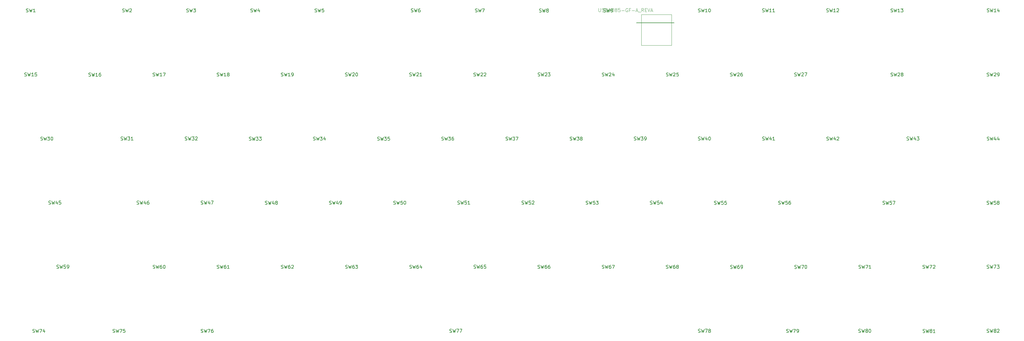
<source format=gbr>
G04 #@! TF.GenerationSoftware,KiCad,Pcbnew,(5.1.9)-1*
G04 #@! TF.CreationDate,2022-05-27T18:47:02+02:00*
G04 #@! TF.ProjectId,sofaboard,736f6661-626f-4617-9264-2e6b69636164,rev?*
G04 #@! TF.SameCoordinates,Original*
G04 #@! TF.FileFunction,Other,Fab,Top*
%FSLAX46Y46*%
G04 Gerber Fmt 4.6, Leading zero omitted, Abs format (unit mm)*
G04 Created by KiCad (PCBNEW (5.1.9)-1) date 2022-05-27 18:47:02*
%MOMM*%
%LPD*%
G01*
G04 APERTURE LIST*
%ADD10C,0.127000*%
%ADD11C,0.100000*%
%ADD12C,0.015000*%
%ADD13C,0.150000*%
G04 APERTURE END LIST*
D10*
X206595000Y119169000D02*
X195395000Y119169000D01*
D11*
X205770000Y112509000D02*
X196820000Y112509000D01*
X196820000Y112509000D02*
X196820000Y121679000D01*
X196820000Y121679000D02*
X205770000Y121679000D01*
X205770000Y121679000D02*
X205770000Y112509000D01*
D12*
X184146308Y123480384D02*
X184146308Y122669611D01*
X184194001Y122574226D01*
X184241693Y122526533D01*
X184337078Y122478841D01*
X184527848Y122478841D01*
X184623233Y122526533D01*
X184670926Y122574226D01*
X184718618Y122669611D01*
X184718618Y123480384D01*
X185147851Y122526533D02*
X185290929Y122478841D01*
X185529391Y122478841D01*
X185624776Y122526533D01*
X185672469Y122574226D01*
X185720161Y122669611D01*
X185720161Y122764996D01*
X185672469Y122860381D01*
X185624776Y122908073D01*
X185529391Y122955766D01*
X185338621Y123003458D01*
X185243236Y123051151D01*
X185195544Y123098843D01*
X185147851Y123194228D01*
X185147851Y123289613D01*
X185195544Y123384998D01*
X185243236Y123432691D01*
X185338621Y123480384D01*
X185577084Y123480384D01*
X185720161Y123432691D01*
X186483242Y123003458D02*
X186626319Y122955766D01*
X186674012Y122908073D01*
X186721704Y122812688D01*
X186721704Y122669611D01*
X186674012Y122574226D01*
X186626319Y122526533D01*
X186530934Y122478841D01*
X186149394Y122478841D01*
X186149394Y123480384D01*
X186483242Y123480384D01*
X186578627Y123432691D01*
X186626319Y123384998D01*
X186674012Y123289613D01*
X186674012Y123194228D01*
X186626319Y123098843D01*
X186578627Y123051151D01*
X186483242Y123003458D01*
X186149394Y123003458D01*
X187580170Y123146536D02*
X187580170Y122478841D01*
X187341707Y123528076D02*
X187103245Y122812688D01*
X187723247Y122812688D01*
X188295558Y123480384D02*
X188390943Y123480384D01*
X188486328Y123432691D01*
X188534020Y123384998D01*
X188581713Y123289613D01*
X188629405Y123098843D01*
X188629405Y122860381D01*
X188581713Y122669611D01*
X188534020Y122574226D01*
X188486328Y122526533D01*
X188390943Y122478841D01*
X188295558Y122478841D01*
X188200173Y122526533D01*
X188152480Y122574226D01*
X188104788Y122669611D01*
X188057095Y122860381D01*
X188057095Y123098843D01*
X188104788Y123289613D01*
X188152480Y123384998D01*
X188200173Y123432691D01*
X188295558Y123480384D01*
X189201716Y123051151D02*
X189106331Y123098843D01*
X189058638Y123146536D01*
X189010945Y123241921D01*
X189010945Y123289613D01*
X189058638Y123384998D01*
X189106331Y123432691D01*
X189201716Y123480384D01*
X189392486Y123480384D01*
X189487871Y123432691D01*
X189535563Y123384998D01*
X189583256Y123289613D01*
X189583256Y123241921D01*
X189535563Y123146536D01*
X189487871Y123098843D01*
X189392486Y123051151D01*
X189201716Y123051151D01*
X189106331Y123003458D01*
X189058638Y122955766D01*
X189010945Y122860381D01*
X189010945Y122669611D01*
X189058638Y122574226D01*
X189106331Y122526533D01*
X189201716Y122478841D01*
X189392486Y122478841D01*
X189487871Y122526533D01*
X189535563Y122574226D01*
X189583256Y122669611D01*
X189583256Y122860381D01*
X189535563Y122955766D01*
X189487871Y123003458D01*
X189392486Y123051151D01*
X190489414Y123480384D02*
X190012488Y123480384D01*
X189964796Y123003458D01*
X190012488Y123051151D01*
X190107874Y123098843D01*
X190346336Y123098843D01*
X190441721Y123051151D01*
X190489414Y123003458D01*
X190537106Y122908073D01*
X190537106Y122669611D01*
X190489414Y122574226D01*
X190441721Y122526533D01*
X190346336Y122478841D01*
X190107874Y122478841D01*
X190012488Y122526533D01*
X189964796Y122574226D01*
X190966339Y122860381D02*
X191729419Y122860381D01*
X192730962Y123432691D02*
X192635577Y123480384D01*
X192492500Y123480384D01*
X192349422Y123432691D01*
X192254037Y123337306D01*
X192206345Y123241921D01*
X192158652Y123051151D01*
X192158652Y122908073D01*
X192206345Y122717303D01*
X192254037Y122621918D01*
X192349422Y122526533D01*
X192492500Y122478841D01*
X192587885Y122478841D01*
X192730962Y122526533D01*
X192778655Y122574226D01*
X192778655Y122908073D01*
X192587885Y122908073D01*
X193541735Y123003458D02*
X193207888Y123003458D01*
X193207888Y122478841D02*
X193207888Y123480384D01*
X193684813Y123480384D01*
X194066353Y122860381D02*
X194829433Y122860381D01*
X195258666Y122764996D02*
X195735591Y122764996D01*
X195163281Y122478841D02*
X195497129Y123480384D01*
X195830976Y122478841D01*
X195926361Y122383455D02*
X196689442Y122383455D01*
X197500215Y122478841D02*
X197166367Y122955766D01*
X196927904Y122478841D02*
X196927904Y123480384D01*
X197309445Y123480384D01*
X197404830Y123432691D01*
X197452522Y123384998D01*
X197500215Y123289613D01*
X197500215Y123146536D01*
X197452522Y123051151D01*
X197404830Y123003458D01*
X197309445Y122955766D01*
X196927904Y122955766D01*
X197929447Y123003458D02*
X198263295Y123003458D01*
X198406373Y122478841D02*
X197929447Y122478841D01*
X197929447Y123480384D01*
X198406373Y123480384D01*
X198692528Y123480384D02*
X199026375Y122478841D01*
X199360223Y123480384D01*
X199646378Y122764996D02*
X200123304Y122764996D01*
X199550993Y122478841D02*
X199884841Y123480384D01*
X200218689Y122478841D01*
D13*
X23260476Y46229238D02*
X23403333Y46181619D01*
X23641428Y46181619D01*
X23736666Y46229238D01*
X23784285Y46276857D01*
X23831904Y46372095D01*
X23831904Y46467333D01*
X23784285Y46562571D01*
X23736666Y46610190D01*
X23641428Y46657809D01*
X23450952Y46705428D01*
X23355714Y46753047D01*
X23308095Y46800666D01*
X23260476Y46895904D01*
X23260476Y46991142D01*
X23308095Y47086380D01*
X23355714Y47134000D01*
X23450952Y47181619D01*
X23689047Y47181619D01*
X23831904Y47134000D01*
X24165238Y47181619D02*
X24403333Y46181619D01*
X24593809Y46895904D01*
X24784285Y46181619D01*
X25022380Y47181619D01*
X25879523Y47181619D02*
X25403333Y47181619D01*
X25355714Y46705428D01*
X25403333Y46753047D01*
X25498571Y46800666D01*
X25736666Y46800666D01*
X25831904Y46753047D01*
X25879523Y46705428D01*
X25927142Y46610190D01*
X25927142Y46372095D01*
X25879523Y46276857D01*
X25831904Y46229238D01*
X25736666Y46181619D01*
X25498571Y46181619D01*
X25403333Y46229238D01*
X25355714Y46276857D01*
X26403333Y46181619D02*
X26593809Y46181619D01*
X26689047Y46229238D01*
X26736666Y46276857D01*
X26831904Y46419714D01*
X26879523Y46610190D01*
X26879523Y46991142D01*
X26831904Y47086380D01*
X26784285Y47134000D01*
X26689047Y47181619D01*
X26498571Y47181619D01*
X26403333Y47134000D01*
X26355714Y47086380D01*
X26308095Y46991142D01*
X26308095Y46753047D01*
X26355714Y46657809D01*
X26403333Y46610190D01*
X26498571Y46562571D01*
X26689047Y46562571D01*
X26784285Y46610190D01*
X26831904Y46657809D01*
X26879523Y46753047D01*
X261370476Y27179238D02*
X261513333Y27131619D01*
X261751428Y27131619D01*
X261846666Y27179238D01*
X261894285Y27226857D01*
X261941904Y27322095D01*
X261941904Y27417333D01*
X261894285Y27512571D01*
X261846666Y27560190D01*
X261751428Y27607809D01*
X261560952Y27655428D01*
X261465714Y27703047D01*
X261418095Y27750666D01*
X261370476Y27845904D01*
X261370476Y27941142D01*
X261418095Y28036380D01*
X261465714Y28084000D01*
X261560952Y28131619D01*
X261799047Y28131619D01*
X261941904Y28084000D01*
X262275238Y28131619D02*
X262513333Y27131619D01*
X262703809Y27845904D01*
X262894285Y27131619D01*
X263132380Y28131619D01*
X263656190Y27703047D02*
X263560952Y27750666D01*
X263513333Y27798285D01*
X263465714Y27893523D01*
X263465714Y27941142D01*
X263513333Y28036380D01*
X263560952Y28084000D01*
X263656190Y28131619D01*
X263846666Y28131619D01*
X263941904Y28084000D01*
X263989523Y28036380D01*
X264037142Y27941142D01*
X264037142Y27893523D01*
X263989523Y27798285D01*
X263941904Y27750666D01*
X263846666Y27703047D01*
X263656190Y27703047D01*
X263560952Y27655428D01*
X263513333Y27607809D01*
X263465714Y27512571D01*
X263465714Y27322095D01*
X263513333Y27226857D01*
X263560952Y27179238D01*
X263656190Y27131619D01*
X263846666Y27131619D01*
X263941904Y27179238D01*
X263989523Y27226857D01*
X264037142Y27322095D01*
X264037142Y27512571D01*
X263989523Y27607809D01*
X263941904Y27655428D01*
X263846666Y27703047D01*
X264656190Y28131619D02*
X264751428Y28131619D01*
X264846666Y28084000D01*
X264894285Y28036380D01*
X264941904Y27941142D01*
X264989523Y27750666D01*
X264989523Y27512571D01*
X264941904Y27322095D01*
X264894285Y27226857D01*
X264846666Y27179238D01*
X264751428Y27131619D01*
X264656190Y27131619D01*
X264560952Y27179238D01*
X264513333Y27226857D01*
X264465714Y27322095D01*
X264418095Y27512571D01*
X264418095Y27750666D01*
X264465714Y27941142D01*
X264513333Y28036380D01*
X264560952Y28084000D01*
X264656190Y28131619D01*
X270910476Y122409238D02*
X271053333Y122361619D01*
X271291428Y122361619D01*
X271386666Y122409238D01*
X271434285Y122456857D01*
X271481904Y122552095D01*
X271481904Y122647333D01*
X271434285Y122742571D01*
X271386666Y122790190D01*
X271291428Y122837809D01*
X271100952Y122885428D01*
X271005714Y122933047D01*
X270958095Y122980666D01*
X270910476Y123075904D01*
X270910476Y123171142D01*
X270958095Y123266380D01*
X271005714Y123314000D01*
X271100952Y123361619D01*
X271339047Y123361619D01*
X271481904Y123314000D01*
X271815238Y123361619D02*
X272053333Y122361619D01*
X272243809Y123075904D01*
X272434285Y122361619D01*
X272672380Y123361619D01*
X273577142Y122361619D02*
X273005714Y122361619D01*
X273291428Y122361619D02*
X273291428Y123361619D01*
X273196190Y123218761D01*
X273100952Y123123523D01*
X273005714Y123075904D01*
X273910476Y123361619D02*
X274529523Y123361619D01*
X274196190Y122980666D01*
X274339047Y122980666D01*
X274434285Y122933047D01*
X274481904Y122885428D01*
X274529523Y122790190D01*
X274529523Y122552095D01*
X274481904Y122456857D01*
X274434285Y122409238D01*
X274339047Y122361619D01*
X274053333Y122361619D01*
X273958095Y122409238D01*
X273910476Y122456857D01*
X14216666Y122409238D02*
X14359523Y122361619D01*
X14597619Y122361619D01*
X14692857Y122409238D01*
X14740476Y122456857D01*
X14788095Y122552095D01*
X14788095Y122647333D01*
X14740476Y122742571D01*
X14692857Y122790190D01*
X14597619Y122837809D01*
X14407142Y122885428D01*
X14311904Y122933047D01*
X14264285Y122980666D01*
X14216666Y123075904D01*
X14216666Y123171142D01*
X14264285Y123266380D01*
X14311904Y123314000D01*
X14407142Y123361619D01*
X14645238Y123361619D01*
X14788095Y123314000D01*
X15121428Y123361619D02*
X15359523Y122361619D01*
X15550000Y123075904D01*
X15740476Y122361619D01*
X15978571Y123361619D01*
X16883333Y122361619D02*
X16311904Y122361619D01*
X16597619Y122361619D02*
X16597619Y123361619D01*
X16502380Y123218761D01*
X16407142Y123123523D01*
X16311904Y123075904D01*
X137540476Y84319238D02*
X137683333Y84271619D01*
X137921428Y84271619D01*
X138016666Y84319238D01*
X138064285Y84366857D01*
X138111904Y84462095D01*
X138111904Y84557333D01*
X138064285Y84652571D01*
X138016666Y84700190D01*
X137921428Y84747809D01*
X137730952Y84795428D01*
X137635714Y84843047D01*
X137588095Y84890666D01*
X137540476Y84985904D01*
X137540476Y85081142D01*
X137588095Y85176380D01*
X137635714Y85224000D01*
X137730952Y85271619D01*
X137969047Y85271619D01*
X138111904Y85224000D01*
X138445238Y85271619D02*
X138683333Y84271619D01*
X138873809Y84985904D01*
X139064285Y84271619D01*
X139302380Y85271619D01*
X139588095Y85271619D02*
X140207142Y85271619D01*
X139873809Y84890666D01*
X140016666Y84890666D01*
X140111904Y84843047D01*
X140159523Y84795428D01*
X140207142Y84700190D01*
X140207142Y84462095D01*
X140159523Y84366857D01*
X140111904Y84319238D01*
X140016666Y84271619D01*
X139730952Y84271619D01*
X139635714Y84319238D01*
X139588095Y84366857D01*
X141064285Y85271619D02*
X140873809Y85271619D01*
X140778571Y85224000D01*
X140730952Y85176380D01*
X140635714Y85033523D01*
X140588095Y84843047D01*
X140588095Y84462095D01*
X140635714Y84366857D01*
X140683333Y84319238D01*
X140778571Y84271619D01*
X140969047Y84271619D01*
X141064285Y84319238D01*
X141111904Y84366857D01*
X141159523Y84462095D01*
X141159523Y84700190D01*
X141111904Y84795428D01*
X141064285Y84843047D01*
X140969047Y84890666D01*
X140778571Y84890666D01*
X140683333Y84843047D01*
X140635714Y84795428D01*
X140588095Y84700190D01*
X242340476Y46199238D02*
X242483333Y46151619D01*
X242721428Y46151619D01*
X242816666Y46199238D01*
X242864285Y46246857D01*
X242911904Y46342095D01*
X242911904Y46437333D01*
X242864285Y46532571D01*
X242816666Y46580190D01*
X242721428Y46627809D01*
X242530952Y46675428D01*
X242435714Y46723047D01*
X242388095Y46770666D01*
X242340476Y46865904D01*
X242340476Y46961142D01*
X242388095Y47056380D01*
X242435714Y47104000D01*
X242530952Y47151619D01*
X242769047Y47151619D01*
X242911904Y47104000D01*
X243245238Y47151619D02*
X243483333Y46151619D01*
X243673809Y46865904D01*
X243864285Y46151619D01*
X244102380Y47151619D01*
X244388095Y47151619D02*
X245054761Y47151619D01*
X244626190Y46151619D01*
X245626190Y47151619D02*
X245721428Y47151619D01*
X245816666Y47104000D01*
X245864285Y47056380D01*
X245911904Y46961142D01*
X245959523Y46770666D01*
X245959523Y46532571D01*
X245911904Y46342095D01*
X245864285Y46246857D01*
X245816666Y46199238D01*
X245721428Y46151619D01*
X245626190Y46151619D01*
X245530952Y46199238D01*
X245483333Y46246857D01*
X245435714Y46342095D01*
X245388095Y46532571D01*
X245388095Y46770666D01*
X245435714Y46961142D01*
X245483333Y47056380D01*
X245530952Y47104000D01*
X245626190Y47151619D01*
X180430476Y65269238D02*
X180573333Y65221619D01*
X180811428Y65221619D01*
X180906666Y65269238D01*
X180954285Y65316857D01*
X181001904Y65412095D01*
X181001904Y65507333D01*
X180954285Y65602571D01*
X180906666Y65650190D01*
X180811428Y65697809D01*
X180620952Y65745428D01*
X180525714Y65793047D01*
X180478095Y65840666D01*
X180430476Y65935904D01*
X180430476Y66031142D01*
X180478095Y66126380D01*
X180525714Y66174000D01*
X180620952Y66221619D01*
X180859047Y66221619D01*
X181001904Y66174000D01*
X181335238Y66221619D02*
X181573333Y65221619D01*
X181763809Y65935904D01*
X181954285Y65221619D01*
X182192380Y66221619D01*
X183049523Y66221619D02*
X182573333Y66221619D01*
X182525714Y65745428D01*
X182573333Y65793047D01*
X182668571Y65840666D01*
X182906666Y65840666D01*
X183001904Y65793047D01*
X183049523Y65745428D01*
X183097142Y65650190D01*
X183097142Y65412095D01*
X183049523Y65316857D01*
X183001904Y65269238D01*
X182906666Y65221619D01*
X182668571Y65221619D01*
X182573333Y65269238D01*
X182525714Y65316857D01*
X183430476Y66221619D02*
X184049523Y66221619D01*
X183716190Y65840666D01*
X183859047Y65840666D01*
X183954285Y65793047D01*
X184001904Y65745428D01*
X184049523Y65650190D01*
X184049523Y65412095D01*
X184001904Y65316857D01*
X183954285Y65269238D01*
X183859047Y65221619D01*
X183573333Y65221619D01*
X183478095Y65269238D01*
X183430476Y65316857D01*
X299480476Y46239238D02*
X299623333Y46191619D01*
X299861428Y46191619D01*
X299956666Y46239238D01*
X300004285Y46286857D01*
X300051904Y46382095D01*
X300051904Y46477333D01*
X300004285Y46572571D01*
X299956666Y46620190D01*
X299861428Y46667809D01*
X299670952Y46715428D01*
X299575714Y46763047D01*
X299528095Y46810666D01*
X299480476Y46905904D01*
X299480476Y47001142D01*
X299528095Y47096380D01*
X299575714Y47144000D01*
X299670952Y47191619D01*
X299909047Y47191619D01*
X300051904Y47144000D01*
X300385238Y47191619D02*
X300623333Y46191619D01*
X300813809Y46905904D01*
X301004285Y46191619D01*
X301242380Y47191619D01*
X301528095Y47191619D02*
X302194761Y47191619D01*
X301766190Y46191619D01*
X302480476Y47191619D02*
X303099523Y47191619D01*
X302766190Y46810666D01*
X302909047Y46810666D01*
X303004285Y46763047D01*
X303051904Y46715428D01*
X303099523Y46620190D01*
X303099523Y46382095D01*
X303051904Y46286857D01*
X303004285Y46239238D01*
X302909047Y46191619D01*
X302623333Y46191619D01*
X302528095Y46239238D01*
X302480476Y46286857D01*
X280430476Y46219238D02*
X280573333Y46171619D01*
X280811428Y46171619D01*
X280906666Y46219238D01*
X280954285Y46266857D01*
X281001904Y46362095D01*
X281001904Y46457333D01*
X280954285Y46552571D01*
X280906666Y46600190D01*
X280811428Y46647809D01*
X280620952Y46695428D01*
X280525714Y46743047D01*
X280478095Y46790666D01*
X280430476Y46885904D01*
X280430476Y46981142D01*
X280478095Y47076380D01*
X280525714Y47124000D01*
X280620952Y47171619D01*
X280859047Y47171619D01*
X281001904Y47124000D01*
X281335238Y47171619D02*
X281573333Y46171619D01*
X281763809Y46885904D01*
X281954285Y46171619D01*
X282192380Y47171619D01*
X282478095Y47171619D02*
X283144761Y47171619D01*
X282716190Y46171619D01*
X283478095Y47076380D02*
X283525714Y47124000D01*
X283620952Y47171619D01*
X283859047Y47171619D01*
X283954285Y47124000D01*
X284001904Y47076380D01*
X284049523Y46981142D01*
X284049523Y46885904D01*
X284001904Y46743047D01*
X283430476Y46171619D01*
X284049523Y46171619D01*
X39930476Y27159238D02*
X40073333Y27111619D01*
X40311428Y27111619D01*
X40406666Y27159238D01*
X40454285Y27206857D01*
X40501904Y27302095D01*
X40501904Y27397333D01*
X40454285Y27492571D01*
X40406666Y27540190D01*
X40311428Y27587809D01*
X40120952Y27635428D01*
X40025714Y27683047D01*
X39978095Y27730666D01*
X39930476Y27825904D01*
X39930476Y27921142D01*
X39978095Y28016380D01*
X40025714Y28064000D01*
X40120952Y28111619D01*
X40359047Y28111619D01*
X40501904Y28064000D01*
X40835238Y28111619D02*
X41073333Y27111619D01*
X41263809Y27825904D01*
X41454285Y27111619D01*
X41692380Y28111619D01*
X41978095Y28111619D02*
X42644761Y28111619D01*
X42216190Y27111619D01*
X43501904Y28111619D02*
X43025714Y28111619D01*
X42978095Y27635428D01*
X43025714Y27683047D01*
X43120952Y27730666D01*
X43359047Y27730666D01*
X43454285Y27683047D01*
X43501904Y27635428D01*
X43549523Y27540190D01*
X43549523Y27302095D01*
X43501904Y27206857D01*
X43454285Y27159238D01*
X43359047Y27111619D01*
X43120952Y27111619D01*
X43025714Y27159238D01*
X42978095Y27206857D01*
X185190476Y46219238D02*
X185333333Y46171619D01*
X185571428Y46171619D01*
X185666666Y46219238D01*
X185714285Y46266857D01*
X185761904Y46362095D01*
X185761904Y46457333D01*
X185714285Y46552571D01*
X185666666Y46600190D01*
X185571428Y46647809D01*
X185380952Y46695428D01*
X185285714Y46743047D01*
X185238095Y46790666D01*
X185190476Y46885904D01*
X185190476Y46981142D01*
X185238095Y47076380D01*
X185285714Y47124000D01*
X185380952Y47171619D01*
X185619047Y47171619D01*
X185761904Y47124000D01*
X186095238Y47171619D02*
X186333333Y46171619D01*
X186523809Y46885904D01*
X186714285Y46171619D01*
X186952380Y47171619D01*
X187761904Y47171619D02*
X187571428Y47171619D01*
X187476190Y47124000D01*
X187428571Y47076380D01*
X187333333Y46933523D01*
X187285714Y46743047D01*
X187285714Y46362095D01*
X187333333Y46266857D01*
X187380952Y46219238D01*
X187476190Y46171619D01*
X187666666Y46171619D01*
X187761904Y46219238D01*
X187809523Y46266857D01*
X187857142Y46362095D01*
X187857142Y46600190D01*
X187809523Y46695428D01*
X187761904Y46743047D01*
X187666666Y46790666D01*
X187476190Y46790666D01*
X187380952Y46743047D01*
X187333333Y46695428D01*
X187285714Y46600190D01*
X188190476Y47171619D02*
X188857142Y47171619D01*
X188428571Y46171619D01*
X232810476Y84329238D02*
X232953333Y84281619D01*
X233191428Y84281619D01*
X233286666Y84329238D01*
X233334285Y84376857D01*
X233381904Y84472095D01*
X233381904Y84567333D01*
X233334285Y84662571D01*
X233286666Y84710190D01*
X233191428Y84757809D01*
X233000952Y84805428D01*
X232905714Y84853047D01*
X232858095Y84900666D01*
X232810476Y84995904D01*
X232810476Y85091142D01*
X232858095Y85186380D01*
X232905714Y85234000D01*
X233000952Y85281619D01*
X233239047Y85281619D01*
X233381904Y85234000D01*
X233715238Y85281619D02*
X233953333Y84281619D01*
X234143809Y84995904D01*
X234334285Y84281619D01*
X234572380Y85281619D01*
X235381904Y84948285D02*
X235381904Y84281619D01*
X235143809Y85329238D02*
X234905714Y84614952D01*
X235524761Y84614952D01*
X236429523Y84281619D02*
X235858095Y84281619D01*
X236143809Y84281619D02*
X236143809Y85281619D01*
X236048571Y85138761D01*
X235953333Y85043523D01*
X235858095Y84995904D01*
X261390476Y46219238D02*
X261533333Y46171619D01*
X261771428Y46171619D01*
X261866666Y46219238D01*
X261914285Y46266857D01*
X261961904Y46362095D01*
X261961904Y46457333D01*
X261914285Y46552571D01*
X261866666Y46600190D01*
X261771428Y46647809D01*
X261580952Y46695428D01*
X261485714Y46743047D01*
X261438095Y46790666D01*
X261390476Y46885904D01*
X261390476Y46981142D01*
X261438095Y47076380D01*
X261485714Y47124000D01*
X261580952Y47171619D01*
X261819047Y47171619D01*
X261961904Y47124000D01*
X262295238Y47171619D02*
X262533333Y46171619D01*
X262723809Y46885904D01*
X262914285Y46171619D01*
X263152380Y47171619D01*
X263438095Y47171619D02*
X264104761Y47171619D01*
X263676190Y46171619D01*
X265009523Y46171619D02*
X264438095Y46171619D01*
X264723809Y46171619D02*
X264723809Y47171619D01*
X264628571Y47028761D01*
X264533333Y46933523D01*
X264438095Y46885904D01*
X237570476Y65259238D02*
X237713333Y65211619D01*
X237951428Y65211619D01*
X238046666Y65259238D01*
X238094285Y65306857D01*
X238141904Y65402095D01*
X238141904Y65497333D01*
X238094285Y65592571D01*
X238046666Y65640190D01*
X237951428Y65687809D01*
X237760952Y65735428D01*
X237665714Y65783047D01*
X237618095Y65830666D01*
X237570476Y65925904D01*
X237570476Y66021142D01*
X237618095Y66116380D01*
X237665714Y66164000D01*
X237760952Y66211619D01*
X237999047Y66211619D01*
X238141904Y66164000D01*
X238475238Y66211619D02*
X238713333Y65211619D01*
X238903809Y65925904D01*
X239094285Y65211619D01*
X239332380Y66211619D01*
X240189523Y66211619D02*
X239713333Y66211619D01*
X239665714Y65735428D01*
X239713333Y65783047D01*
X239808571Y65830666D01*
X240046666Y65830666D01*
X240141904Y65783047D01*
X240189523Y65735428D01*
X240237142Y65640190D01*
X240237142Y65402095D01*
X240189523Y65306857D01*
X240141904Y65259238D01*
X240046666Y65211619D01*
X239808571Y65211619D01*
X239713333Y65259238D01*
X239665714Y65306857D01*
X241094285Y66211619D02*
X240903809Y66211619D01*
X240808571Y66164000D01*
X240760952Y66116380D01*
X240665714Y65973523D01*
X240618095Y65783047D01*
X240618095Y65402095D01*
X240665714Y65306857D01*
X240713333Y65259238D01*
X240808571Y65211619D01*
X240999047Y65211619D01*
X241094285Y65259238D01*
X241141904Y65306857D01*
X241189523Y65402095D01*
X241189523Y65640190D01*
X241141904Y65735428D01*
X241094285Y65783047D01*
X240999047Y65830666D01*
X240808571Y65830666D01*
X240713333Y65783047D01*
X240665714Y65735428D01*
X240618095Y65640190D01*
X70880476Y46209238D02*
X71023333Y46161619D01*
X71261428Y46161619D01*
X71356666Y46209238D01*
X71404285Y46256857D01*
X71451904Y46352095D01*
X71451904Y46447333D01*
X71404285Y46542571D01*
X71356666Y46590190D01*
X71261428Y46637809D01*
X71070952Y46685428D01*
X70975714Y46733047D01*
X70928095Y46780666D01*
X70880476Y46875904D01*
X70880476Y46971142D01*
X70928095Y47066380D01*
X70975714Y47114000D01*
X71070952Y47161619D01*
X71309047Y47161619D01*
X71451904Y47114000D01*
X71785238Y47161619D02*
X72023333Y46161619D01*
X72213809Y46875904D01*
X72404285Y46161619D01*
X72642380Y47161619D01*
X73451904Y47161619D02*
X73261428Y47161619D01*
X73166190Y47114000D01*
X73118571Y47066380D01*
X73023333Y46923523D01*
X72975714Y46733047D01*
X72975714Y46352095D01*
X73023333Y46256857D01*
X73070952Y46209238D01*
X73166190Y46161619D01*
X73356666Y46161619D01*
X73451904Y46209238D01*
X73499523Y46256857D01*
X73547142Y46352095D01*
X73547142Y46590190D01*
X73499523Y46685428D01*
X73451904Y46733047D01*
X73356666Y46780666D01*
X73166190Y46780666D01*
X73070952Y46733047D01*
X73023333Y46685428D01*
X72975714Y46590190D01*
X74499523Y46161619D02*
X73928095Y46161619D01*
X74213809Y46161619D02*
X74213809Y47161619D01*
X74118571Y47018761D01*
X74023333Y46923523D01*
X73928095Y46875904D01*
X299470476Y27179238D02*
X299613333Y27131619D01*
X299851428Y27131619D01*
X299946666Y27179238D01*
X299994285Y27226857D01*
X300041904Y27322095D01*
X300041904Y27417333D01*
X299994285Y27512571D01*
X299946666Y27560190D01*
X299851428Y27607809D01*
X299660952Y27655428D01*
X299565714Y27703047D01*
X299518095Y27750666D01*
X299470476Y27845904D01*
X299470476Y27941142D01*
X299518095Y28036380D01*
X299565714Y28084000D01*
X299660952Y28131619D01*
X299899047Y28131619D01*
X300041904Y28084000D01*
X300375238Y28131619D02*
X300613333Y27131619D01*
X300803809Y27845904D01*
X300994285Y27131619D01*
X301232380Y28131619D01*
X301756190Y27703047D02*
X301660952Y27750666D01*
X301613333Y27798285D01*
X301565714Y27893523D01*
X301565714Y27941142D01*
X301613333Y28036380D01*
X301660952Y28084000D01*
X301756190Y28131619D01*
X301946666Y28131619D01*
X302041904Y28084000D01*
X302089523Y28036380D01*
X302137142Y27941142D01*
X302137142Y27893523D01*
X302089523Y27798285D01*
X302041904Y27750666D01*
X301946666Y27703047D01*
X301756190Y27703047D01*
X301660952Y27655428D01*
X301613333Y27607809D01*
X301565714Y27512571D01*
X301565714Y27322095D01*
X301613333Y27226857D01*
X301660952Y27179238D01*
X301756190Y27131619D01*
X301946666Y27131619D01*
X302041904Y27179238D01*
X302089523Y27226857D01*
X302137142Y27322095D01*
X302137142Y27512571D01*
X302089523Y27607809D01*
X302041904Y27655428D01*
X301946666Y27703047D01*
X302518095Y28036380D02*
X302565714Y28084000D01*
X302660952Y28131619D01*
X302899047Y28131619D01*
X302994285Y28084000D01*
X303041904Y28036380D01*
X303089523Y27941142D01*
X303089523Y27845904D01*
X303041904Y27703047D01*
X302470476Y27131619D01*
X303089523Y27131619D01*
X185190476Y103369238D02*
X185333333Y103321619D01*
X185571428Y103321619D01*
X185666666Y103369238D01*
X185714285Y103416857D01*
X185761904Y103512095D01*
X185761904Y103607333D01*
X185714285Y103702571D01*
X185666666Y103750190D01*
X185571428Y103797809D01*
X185380952Y103845428D01*
X185285714Y103893047D01*
X185238095Y103940666D01*
X185190476Y104035904D01*
X185190476Y104131142D01*
X185238095Y104226380D01*
X185285714Y104274000D01*
X185380952Y104321619D01*
X185619047Y104321619D01*
X185761904Y104274000D01*
X186095238Y104321619D02*
X186333333Y103321619D01*
X186523809Y104035904D01*
X186714285Y103321619D01*
X186952380Y104321619D01*
X187285714Y104226380D02*
X187333333Y104274000D01*
X187428571Y104321619D01*
X187666666Y104321619D01*
X187761904Y104274000D01*
X187809523Y104226380D01*
X187857142Y104131142D01*
X187857142Y104035904D01*
X187809523Y103893047D01*
X187238095Y103321619D01*
X187857142Y103321619D01*
X188714285Y103988285D02*
X188714285Y103321619D01*
X188476190Y104369238D02*
X188238095Y103654952D01*
X188857142Y103654952D01*
X128040476Y46219238D02*
X128183333Y46171619D01*
X128421428Y46171619D01*
X128516666Y46219238D01*
X128564285Y46266857D01*
X128611904Y46362095D01*
X128611904Y46457333D01*
X128564285Y46552571D01*
X128516666Y46600190D01*
X128421428Y46647809D01*
X128230952Y46695428D01*
X128135714Y46743047D01*
X128088095Y46790666D01*
X128040476Y46885904D01*
X128040476Y46981142D01*
X128088095Y47076380D01*
X128135714Y47124000D01*
X128230952Y47171619D01*
X128469047Y47171619D01*
X128611904Y47124000D01*
X128945238Y47171619D02*
X129183333Y46171619D01*
X129373809Y46885904D01*
X129564285Y46171619D01*
X129802380Y47171619D01*
X130611904Y47171619D02*
X130421428Y47171619D01*
X130326190Y47124000D01*
X130278571Y47076380D01*
X130183333Y46933523D01*
X130135714Y46743047D01*
X130135714Y46362095D01*
X130183333Y46266857D01*
X130230952Y46219238D01*
X130326190Y46171619D01*
X130516666Y46171619D01*
X130611904Y46219238D01*
X130659523Y46266857D01*
X130707142Y46362095D01*
X130707142Y46600190D01*
X130659523Y46695428D01*
X130611904Y46743047D01*
X130516666Y46790666D01*
X130326190Y46790666D01*
X130230952Y46743047D01*
X130183333Y46695428D01*
X130135714Y46600190D01*
X131564285Y46838285D02*
X131564285Y46171619D01*
X131326190Y47219238D02*
X131088095Y46504952D01*
X131707142Y46504952D01*
X51850476Y46219238D02*
X51993333Y46171619D01*
X52231428Y46171619D01*
X52326666Y46219238D01*
X52374285Y46266857D01*
X52421904Y46362095D01*
X52421904Y46457333D01*
X52374285Y46552571D01*
X52326666Y46600190D01*
X52231428Y46647809D01*
X52040952Y46695428D01*
X51945714Y46743047D01*
X51898095Y46790666D01*
X51850476Y46885904D01*
X51850476Y46981142D01*
X51898095Y47076380D01*
X51945714Y47124000D01*
X52040952Y47171619D01*
X52279047Y47171619D01*
X52421904Y47124000D01*
X52755238Y47171619D02*
X52993333Y46171619D01*
X53183809Y46885904D01*
X53374285Y46171619D01*
X53612380Y47171619D01*
X54421904Y47171619D02*
X54231428Y47171619D01*
X54136190Y47124000D01*
X54088571Y47076380D01*
X53993333Y46933523D01*
X53945714Y46743047D01*
X53945714Y46362095D01*
X53993333Y46266857D01*
X54040952Y46219238D01*
X54136190Y46171619D01*
X54326666Y46171619D01*
X54421904Y46219238D01*
X54469523Y46266857D01*
X54517142Y46362095D01*
X54517142Y46600190D01*
X54469523Y46695428D01*
X54421904Y46743047D01*
X54326666Y46790666D01*
X54136190Y46790666D01*
X54040952Y46743047D01*
X53993333Y46695428D01*
X53945714Y46600190D01*
X55136190Y47171619D02*
X55231428Y47171619D01*
X55326666Y47124000D01*
X55374285Y47076380D01*
X55421904Y46981142D01*
X55469523Y46790666D01*
X55469523Y46552571D01*
X55421904Y46362095D01*
X55374285Y46266857D01*
X55326666Y46219238D01*
X55231428Y46171619D01*
X55136190Y46171619D01*
X55040952Y46219238D01*
X54993333Y46266857D01*
X54945714Y46362095D01*
X54898095Y46552571D01*
X54898095Y46790666D01*
X54945714Y46981142D01*
X54993333Y47076380D01*
X55040952Y47124000D01*
X55136190Y47171619D01*
X280450476Y27149238D02*
X280593333Y27101619D01*
X280831428Y27101619D01*
X280926666Y27149238D01*
X280974285Y27196857D01*
X281021904Y27292095D01*
X281021904Y27387333D01*
X280974285Y27482571D01*
X280926666Y27530190D01*
X280831428Y27577809D01*
X280640952Y27625428D01*
X280545714Y27673047D01*
X280498095Y27720666D01*
X280450476Y27815904D01*
X280450476Y27911142D01*
X280498095Y28006380D01*
X280545714Y28054000D01*
X280640952Y28101619D01*
X280879047Y28101619D01*
X281021904Y28054000D01*
X281355238Y28101619D02*
X281593333Y27101619D01*
X281783809Y27815904D01*
X281974285Y27101619D01*
X282212380Y28101619D01*
X282736190Y27673047D02*
X282640952Y27720666D01*
X282593333Y27768285D01*
X282545714Y27863523D01*
X282545714Y27911142D01*
X282593333Y28006380D01*
X282640952Y28054000D01*
X282736190Y28101619D01*
X282926666Y28101619D01*
X283021904Y28054000D01*
X283069523Y28006380D01*
X283117142Y27911142D01*
X283117142Y27863523D01*
X283069523Y27768285D01*
X283021904Y27720666D01*
X282926666Y27673047D01*
X282736190Y27673047D01*
X282640952Y27625428D01*
X282593333Y27577809D01*
X282545714Y27482571D01*
X282545714Y27292095D01*
X282593333Y27196857D01*
X282640952Y27149238D01*
X282736190Y27101619D01*
X282926666Y27101619D01*
X283021904Y27149238D01*
X283069523Y27196857D01*
X283117142Y27292095D01*
X283117142Y27482571D01*
X283069523Y27577809D01*
X283021904Y27625428D01*
X282926666Y27673047D01*
X284069523Y27101619D02*
X283498095Y27101619D01*
X283783809Y27101619D02*
X283783809Y28101619D01*
X283688571Y27958761D01*
X283593333Y27863523D01*
X283498095Y27815904D01*
X108980476Y103379238D02*
X109123333Y103331619D01*
X109361428Y103331619D01*
X109456666Y103379238D01*
X109504285Y103426857D01*
X109551904Y103522095D01*
X109551904Y103617333D01*
X109504285Y103712571D01*
X109456666Y103760190D01*
X109361428Y103807809D01*
X109170952Y103855428D01*
X109075714Y103903047D01*
X109028095Y103950666D01*
X108980476Y104045904D01*
X108980476Y104141142D01*
X109028095Y104236380D01*
X109075714Y104284000D01*
X109170952Y104331619D01*
X109409047Y104331619D01*
X109551904Y104284000D01*
X109885238Y104331619D02*
X110123333Y103331619D01*
X110313809Y104045904D01*
X110504285Y103331619D01*
X110742380Y104331619D01*
X111075714Y104236380D02*
X111123333Y104284000D01*
X111218571Y104331619D01*
X111456666Y104331619D01*
X111551904Y104284000D01*
X111599523Y104236380D01*
X111647142Y104141142D01*
X111647142Y104045904D01*
X111599523Y103903047D01*
X111028095Y103331619D01*
X111647142Y103331619D01*
X112266190Y104331619D02*
X112361428Y104331619D01*
X112456666Y104284000D01*
X112504285Y104236380D01*
X112551904Y104141142D01*
X112599523Y103950666D01*
X112599523Y103712571D01*
X112551904Y103522095D01*
X112504285Y103426857D01*
X112456666Y103379238D01*
X112361428Y103331619D01*
X112266190Y103331619D01*
X112170952Y103379238D01*
X112123333Y103426857D01*
X112075714Y103522095D01*
X112028095Y103712571D01*
X112028095Y103950666D01*
X112075714Y104141142D01*
X112123333Y104236380D01*
X112170952Y104284000D01*
X112266190Y104331619D01*
X104230476Y65259238D02*
X104373333Y65211619D01*
X104611428Y65211619D01*
X104706666Y65259238D01*
X104754285Y65306857D01*
X104801904Y65402095D01*
X104801904Y65497333D01*
X104754285Y65592571D01*
X104706666Y65640190D01*
X104611428Y65687809D01*
X104420952Y65735428D01*
X104325714Y65783047D01*
X104278095Y65830666D01*
X104230476Y65925904D01*
X104230476Y66021142D01*
X104278095Y66116380D01*
X104325714Y66164000D01*
X104420952Y66211619D01*
X104659047Y66211619D01*
X104801904Y66164000D01*
X105135238Y66211619D02*
X105373333Y65211619D01*
X105563809Y65925904D01*
X105754285Y65211619D01*
X105992380Y66211619D01*
X106801904Y65878285D02*
X106801904Y65211619D01*
X106563809Y66259238D02*
X106325714Y65544952D01*
X106944761Y65544952D01*
X107373333Y65211619D02*
X107563809Y65211619D01*
X107659047Y65259238D01*
X107706666Y65306857D01*
X107801904Y65449714D01*
X107849523Y65640190D01*
X107849523Y66021142D01*
X107801904Y66116380D01*
X107754285Y66164000D01*
X107659047Y66211619D01*
X107468571Y66211619D01*
X107373333Y66164000D01*
X107325714Y66116380D01*
X107278095Y66021142D01*
X107278095Y65783047D01*
X107325714Y65687809D01*
X107373333Y65640190D01*
X107468571Y65592571D01*
X107659047Y65592571D01*
X107754285Y65640190D01*
X107801904Y65687809D01*
X107849523Y65783047D01*
X275680476Y84339238D02*
X275823333Y84291619D01*
X276061428Y84291619D01*
X276156666Y84339238D01*
X276204285Y84386857D01*
X276251904Y84482095D01*
X276251904Y84577333D01*
X276204285Y84672571D01*
X276156666Y84720190D01*
X276061428Y84767809D01*
X275870952Y84815428D01*
X275775714Y84863047D01*
X275728095Y84910666D01*
X275680476Y85005904D01*
X275680476Y85101142D01*
X275728095Y85196380D01*
X275775714Y85244000D01*
X275870952Y85291619D01*
X276109047Y85291619D01*
X276251904Y85244000D01*
X276585238Y85291619D02*
X276823333Y84291619D01*
X277013809Y85005904D01*
X277204285Y84291619D01*
X277442380Y85291619D01*
X278251904Y84958285D02*
X278251904Y84291619D01*
X278013809Y85339238D02*
X277775714Y84624952D01*
X278394761Y84624952D01*
X278680476Y85291619D02*
X279299523Y85291619D01*
X278966190Y84910666D01*
X279109047Y84910666D01*
X279204285Y84863047D01*
X279251904Y84815428D01*
X279299523Y84720190D01*
X279299523Y84482095D01*
X279251904Y84386857D01*
X279204285Y84339238D01*
X279109047Y84291619D01*
X278823333Y84291619D01*
X278728095Y84339238D01*
X278680476Y84386857D01*
X99450476Y84319238D02*
X99593333Y84271619D01*
X99831428Y84271619D01*
X99926666Y84319238D01*
X99974285Y84366857D01*
X100021904Y84462095D01*
X100021904Y84557333D01*
X99974285Y84652571D01*
X99926666Y84700190D01*
X99831428Y84747809D01*
X99640952Y84795428D01*
X99545714Y84843047D01*
X99498095Y84890666D01*
X99450476Y84985904D01*
X99450476Y85081142D01*
X99498095Y85176380D01*
X99545714Y85224000D01*
X99640952Y85271619D01*
X99879047Y85271619D01*
X100021904Y85224000D01*
X100355238Y85271619D02*
X100593333Y84271619D01*
X100783809Y84985904D01*
X100974285Y84271619D01*
X101212380Y85271619D01*
X101498095Y85271619D02*
X102117142Y85271619D01*
X101783809Y84890666D01*
X101926666Y84890666D01*
X102021904Y84843047D01*
X102069523Y84795428D01*
X102117142Y84700190D01*
X102117142Y84462095D01*
X102069523Y84366857D01*
X102021904Y84319238D01*
X101926666Y84271619D01*
X101640952Y84271619D01*
X101545714Y84319238D01*
X101498095Y84366857D01*
X102974285Y84938285D02*
X102974285Y84271619D01*
X102736190Y85319238D02*
X102498095Y84604952D01*
X103117142Y84604952D01*
X199490476Y65289238D02*
X199633333Y65241619D01*
X199871428Y65241619D01*
X199966666Y65289238D01*
X200014285Y65336857D01*
X200061904Y65432095D01*
X200061904Y65527333D01*
X200014285Y65622571D01*
X199966666Y65670190D01*
X199871428Y65717809D01*
X199680952Y65765428D01*
X199585714Y65813047D01*
X199538095Y65860666D01*
X199490476Y65955904D01*
X199490476Y66051142D01*
X199538095Y66146380D01*
X199585714Y66194000D01*
X199680952Y66241619D01*
X199919047Y66241619D01*
X200061904Y66194000D01*
X200395238Y66241619D02*
X200633333Y65241619D01*
X200823809Y65955904D01*
X201014285Y65241619D01*
X201252380Y66241619D01*
X202109523Y66241619D02*
X201633333Y66241619D01*
X201585714Y65765428D01*
X201633333Y65813047D01*
X201728571Y65860666D01*
X201966666Y65860666D01*
X202061904Y65813047D01*
X202109523Y65765428D01*
X202157142Y65670190D01*
X202157142Y65432095D01*
X202109523Y65336857D01*
X202061904Y65289238D01*
X201966666Y65241619D01*
X201728571Y65241619D01*
X201633333Y65289238D01*
X201585714Y65336857D01*
X203014285Y65908285D02*
X203014285Y65241619D01*
X202776190Y66289238D02*
X202538095Y65574952D01*
X203157142Y65574952D01*
X251860476Y84319238D02*
X252003333Y84271619D01*
X252241428Y84271619D01*
X252336666Y84319238D01*
X252384285Y84366857D01*
X252431904Y84462095D01*
X252431904Y84557333D01*
X252384285Y84652571D01*
X252336666Y84700190D01*
X252241428Y84747809D01*
X252050952Y84795428D01*
X251955714Y84843047D01*
X251908095Y84890666D01*
X251860476Y84985904D01*
X251860476Y85081142D01*
X251908095Y85176380D01*
X251955714Y85224000D01*
X252050952Y85271619D01*
X252289047Y85271619D01*
X252431904Y85224000D01*
X252765238Y85271619D02*
X253003333Y84271619D01*
X253193809Y84985904D01*
X253384285Y84271619D01*
X253622380Y85271619D01*
X254431904Y84938285D02*
X254431904Y84271619D01*
X254193809Y85319238D02*
X253955714Y84604952D01*
X254574761Y84604952D01*
X254908095Y85176380D02*
X254955714Y85224000D01*
X255050952Y85271619D01*
X255289047Y85271619D01*
X255384285Y85224000D01*
X255431904Y85176380D01*
X255479523Y85081142D01*
X255479523Y84985904D01*
X255431904Y84843047D01*
X254860476Y84271619D01*
X255479523Y84271619D01*
X61370476Y84329238D02*
X61513333Y84281619D01*
X61751428Y84281619D01*
X61846666Y84329238D01*
X61894285Y84376857D01*
X61941904Y84472095D01*
X61941904Y84567333D01*
X61894285Y84662571D01*
X61846666Y84710190D01*
X61751428Y84757809D01*
X61560952Y84805428D01*
X61465714Y84853047D01*
X61418095Y84900666D01*
X61370476Y84995904D01*
X61370476Y85091142D01*
X61418095Y85186380D01*
X61465714Y85234000D01*
X61560952Y85281619D01*
X61799047Y85281619D01*
X61941904Y85234000D01*
X62275238Y85281619D02*
X62513333Y84281619D01*
X62703809Y84995904D01*
X62894285Y84281619D01*
X63132380Y85281619D01*
X63418095Y85281619D02*
X64037142Y85281619D01*
X63703809Y84900666D01*
X63846666Y84900666D01*
X63941904Y84853047D01*
X63989523Y84805428D01*
X64037142Y84710190D01*
X64037142Y84472095D01*
X63989523Y84376857D01*
X63941904Y84329238D01*
X63846666Y84281619D01*
X63560952Y84281619D01*
X63465714Y84329238D01*
X63418095Y84376857D01*
X64418095Y85186380D02*
X64465714Y85234000D01*
X64560952Y85281619D01*
X64799047Y85281619D01*
X64894285Y85234000D01*
X64941904Y85186380D01*
X64989523Y85091142D01*
X64989523Y84995904D01*
X64941904Y84853047D01*
X64370476Y84281619D01*
X64989523Y84281619D01*
X251840476Y122429238D02*
X251983333Y122381619D01*
X252221428Y122381619D01*
X252316666Y122429238D01*
X252364285Y122476857D01*
X252411904Y122572095D01*
X252411904Y122667333D01*
X252364285Y122762571D01*
X252316666Y122810190D01*
X252221428Y122857809D01*
X252030952Y122905428D01*
X251935714Y122953047D01*
X251888095Y123000666D01*
X251840476Y123095904D01*
X251840476Y123191142D01*
X251888095Y123286380D01*
X251935714Y123334000D01*
X252030952Y123381619D01*
X252269047Y123381619D01*
X252411904Y123334000D01*
X252745238Y123381619D02*
X252983333Y122381619D01*
X253173809Y123095904D01*
X253364285Y122381619D01*
X253602380Y123381619D01*
X254507142Y122381619D02*
X253935714Y122381619D01*
X254221428Y122381619D02*
X254221428Y123381619D01*
X254126190Y123238761D01*
X254030952Y123143523D01*
X253935714Y123095904D01*
X254888095Y123286380D02*
X254935714Y123334000D01*
X255030952Y123381619D01*
X255269047Y123381619D01*
X255364285Y123334000D01*
X255411904Y123286380D01*
X255459523Y123191142D01*
X255459523Y123095904D01*
X255411904Y122953047D01*
X254840476Y122381619D01*
X255459523Y122381619D01*
X128030476Y103379238D02*
X128173333Y103331619D01*
X128411428Y103331619D01*
X128506666Y103379238D01*
X128554285Y103426857D01*
X128601904Y103522095D01*
X128601904Y103617333D01*
X128554285Y103712571D01*
X128506666Y103760190D01*
X128411428Y103807809D01*
X128220952Y103855428D01*
X128125714Y103903047D01*
X128078095Y103950666D01*
X128030476Y104045904D01*
X128030476Y104141142D01*
X128078095Y104236380D01*
X128125714Y104284000D01*
X128220952Y104331619D01*
X128459047Y104331619D01*
X128601904Y104284000D01*
X128935238Y104331619D02*
X129173333Y103331619D01*
X129363809Y104045904D01*
X129554285Y103331619D01*
X129792380Y104331619D01*
X130125714Y104236380D02*
X130173333Y104284000D01*
X130268571Y104331619D01*
X130506666Y104331619D01*
X130601904Y104284000D01*
X130649523Y104236380D01*
X130697142Y104141142D01*
X130697142Y104045904D01*
X130649523Y103903047D01*
X130078095Y103331619D01*
X130697142Y103331619D01*
X131649523Y103331619D02*
X131078095Y103331619D01*
X131363809Y103331619D02*
X131363809Y104331619D01*
X131268571Y104188761D01*
X131173333Y104093523D01*
X131078095Y104045904D01*
X299460476Y65249238D02*
X299603333Y65201619D01*
X299841428Y65201619D01*
X299936666Y65249238D01*
X299984285Y65296857D01*
X300031904Y65392095D01*
X300031904Y65487333D01*
X299984285Y65582571D01*
X299936666Y65630190D01*
X299841428Y65677809D01*
X299650952Y65725428D01*
X299555714Y65773047D01*
X299508095Y65820666D01*
X299460476Y65915904D01*
X299460476Y66011142D01*
X299508095Y66106380D01*
X299555714Y66154000D01*
X299650952Y66201619D01*
X299889047Y66201619D01*
X300031904Y66154000D01*
X300365238Y66201619D02*
X300603333Y65201619D01*
X300793809Y65915904D01*
X300984285Y65201619D01*
X301222380Y66201619D01*
X302079523Y66201619D02*
X301603333Y66201619D01*
X301555714Y65725428D01*
X301603333Y65773047D01*
X301698571Y65820666D01*
X301936666Y65820666D01*
X302031904Y65773047D01*
X302079523Y65725428D01*
X302127142Y65630190D01*
X302127142Y65392095D01*
X302079523Y65296857D01*
X302031904Y65249238D01*
X301936666Y65201619D01*
X301698571Y65201619D01*
X301603333Y65249238D01*
X301555714Y65296857D01*
X302698571Y65773047D02*
X302603333Y65820666D01*
X302555714Y65868285D01*
X302508095Y65963523D01*
X302508095Y66011142D01*
X302555714Y66106380D01*
X302603333Y66154000D01*
X302698571Y66201619D01*
X302889047Y66201619D01*
X302984285Y66154000D01*
X303031904Y66106380D01*
X303079523Y66011142D01*
X303079523Y65963523D01*
X303031904Y65868285D01*
X302984285Y65820666D01*
X302889047Y65773047D01*
X302698571Y65773047D01*
X302603333Y65725428D01*
X302555714Y65677809D01*
X302508095Y65582571D01*
X302508095Y65392095D01*
X302555714Y65296857D01*
X302603333Y65249238D01*
X302698571Y65201619D01*
X302889047Y65201619D01*
X302984285Y65249238D01*
X303031904Y65296857D01*
X303079523Y65392095D01*
X303079523Y65582571D01*
X303031904Y65677809D01*
X302984285Y65725428D01*
X302889047Y65773047D01*
X204230476Y46209238D02*
X204373333Y46161619D01*
X204611428Y46161619D01*
X204706666Y46209238D01*
X204754285Y46256857D01*
X204801904Y46352095D01*
X204801904Y46447333D01*
X204754285Y46542571D01*
X204706666Y46590190D01*
X204611428Y46637809D01*
X204420952Y46685428D01*
X204325714Y46733047D01*
X204278095Y46780666D01*
X204230476Y46875904D01*
X204230476Y46971142D01*
X204278095Y47066380D01*
X204325714Y47114000D01*
X204420952Y47161619D01*
X204659047Y47161619D01*
X204801904Y47114000D01*
X205135238Y47161619D02*
X205373333Y46161619D01*
X205563809Y46875904D01*
X205754285Y46161619D01*
X205992380Y47161619D01*
X206801904Y47161619D02*
X206611428Y47161619D01*
X206516190Y47114000D01*
X206468571Y47066380D01*
X206373333Y46923523D01*
X206325714Y46733047D01*
X206325714Y46352095D01*
X206373333Y46256857D01*
X206420952Y46209238D01*
X206516190Y46161619D01*
X206706666Y46161619D01*
X206801904Y46209238D01*
X206849523Y46256857D01*
X206897142Y46352095D01*
X206897142Y46590190D01*
X206849523Y46685428D01*
X206801904Y46733047D01*
X206706666Y46780666D01*
X206516190Y46780666D01*
X206420952Y46733047D01*
X206373333Y46685428D01*
X206325714Y46590190D01*
X207468571Y46733047D02*
X207373333Y46780666D01*
X207325714Y46828285D01*
X207278095Y46923523D01*
X207278095Y46971142D01*
X207325714Y47066380D01*
X207373333Y47114000D01*
X207468571Y47161619D01*
X207659047Y47161619D01*
X207754285Y47114000D01*
X207801904Y47066380D01*
X207849523Y46971142D01*
X207849523Y46923523D01*
X207801904Y46828285D01*
X207754285Y46780666D01*
X207659047Y46733047D01*
X207468571Y46733047D01*
X207373333Y46685428D01*
X207325714Y46637809D01*
X207278095Y46542571D01*
X207278095Y46352095D01*
X207325714Y46256857D01*
X207373333Y46209238D01*
X207468571Y46161619D01*
X207659047Y46161619D01*
X207754285Y46209238D01*
X207801904Y46256857D01*
X207849523Y46352095D01*
X207849523Y46542571D01*
X207801904Y46637809D01*
X207754285Y46685428D01*
X207659047Y46733047D01*
X166576666Y122389238D02*
X166719523Y122341619D01*
X166957619Y122341619D01*
X167052857Y122389238D01*
X167100476Y122436857D01*
X167148095Y122532095D01*
X167148095Y122627333D01*
X167100476Y122722571D01*
X167052857Y122770190D01*
X166957619Y122817809D01*
X166767142Y122865428D01*
X166671904Y122913047D01*
X166624285Y122960666D01*
X166576666Y123055904D01*
X166576666Y123151142D01*
X166624285Y123246380D01*
X166671904Y123294000D01*
X166767142Y123341619D01*
X167005238Y123341619D01*
X167148095Y123294000D01*
X167481428Y123341619D02*
X167719523Y122341619D01*
X167910000Y123055904D01*
X168100476Y122341619D01*
X168338571Y123341619D01*
X168862380Y122913047D02*
X168767142Y122960666D01*
X168719523Y123008285D01*
X168671904Y123103523D01*
X168671904Y123151142D01*
X168719523Y123246380D01*
X168767142Y123294000D01*
X168862380Y123341619D01*
X169052857Y123341619D01*
X169148095Y123294000D01*
X169195714Y123246380D01*
X169243333Y123151142D01*
X169243333Y123103523D01*
X169195714Y123008285D01*
X169148095Y122960666D01*
X169052857Y122913047D01*
X168862380Y122913047D01*
X168767142Y122865428D01*
X168719523Y122817809D01*
X168671904Y122722571D01*
X168671904Y122532095D01*
X168719523Y122436857D01*
X168767142Y122389238D01*
X168862380Y122341619D01*
X169052857Y122341619D01*
X169148095Y122389238D01*
X169195714Y122436857D01*
X169243333Y122532095D01*
X169243333Y122722571D01*
X169195714Y122817809D01*
X169148095Y122865428D01*
X169052857Y122913047D01*
X16130476Y27169238D02*
X16273333Y27121619D01*
X16511428Y27121619D01*
X16606666Y27169238D01*
X16654285Y27216857D01*
X16701904Y27312095D01*
X16701904Y27407333D01*
X16654285Y27502571D01*
X16606666Y27550190D01*
X16511428Y27597809D01*
X16320952Y27645428D01*
X16225714Y27693047D01*
X16178095Y27740666D01*
X16130476Y27835904D01*
X16130476Y27931142D01*
X16178095Y28026380D01*
X16225714Y28074000D01*
X16320952Y28121619D01*
X16559047Y28121619D01*
X16701904Y28074000D01*
X17035238Y28121619D02*
X17273333Y27121619D01*
X17463809Y27835904D01*
X17654285Y27121619D01*
X17892380Y28121619D01*
X18178095Y28121619D02*
X18844761Y28121619D01*
X18416190Y27121619D01*
X19654285Y27788285D02*
X19654285Y27121619D01*
X19416190Y28169238D02*
X19178095Y27454952D01*
X19797142Y27454952D01*
X109000476Y46209238D02*
X109143333Y46161619D01*
X109381428Y46161619D01*
X109476666Y46209238D01*
X109524285Y46256857D01*
X109571904Y46352095D01*
X109571904Y46447333D01*
X109524285Y46542571D01*
X109476666Y46590190D01*
X109381428Y46637809D01*
X109190952Y46685428D01*
X109095714Y46733047D01*
X109048095Y46780666D01*
X109000476Y46875904D01*
X109000476Y46971142D01*
X109048095Y47066380D01*
X109095714Y47114000D01*
X109190952Y47161619D01*
X109429047Y47161619D01*
X109571904Y47114000D01*
X109905238Y47161619D02*
X110143333Y46161619D01*
X110333809Y46875904D01*
X110524285Y46161619D01*
X110762380Y47161619D01*
X111571904Y47161619D02*
X111381428Y47161619D01*
X111286190Y47114000D01*
X111238571Y47066380D01*
X111143333Y46923523D01*
X111095714Y46733047D01*
X111095714Y46352095D01*
X111143333Y46256857D01*
X111190952Y46209238D01*
X111286190Y46161619D01*
X111476666Y46161619D01*
X111571904Y46209238D01*
X111619523Y46256857D01*
X111667142Y46352095D01*
X111667142Y46590190D01*
X111619523Y46685428D01*
X111571904Y46733047D01*
X111476666Y46780666D01*
X111286190Y46780666D01*
X111190952Y46733047D01*
X111143333Y46685428D01*
X111095714Y46590190D01*
X112000476Y47161619D02*
X112619523Y47161619D01*
X112286190Y46780666D01*
X112429047Y46780666D01*
X112524285Y46733047D01*
X112571904Y46685428D01*
X112619523Y46590190D01*
X112619523Y46352095D01*
X112571904Y46256857D01*
X112524285Y46209238D01*
X112429047Y46161619D01*
X112143333Y46161619D01*
X112048095Y46209238D01*
X112000476Y46256857D01*
X66110476Y27169238D02*
X66253333Y27121619D01*
X66491428Y27121619D01*
X66586666Y27169238D01*
X66634285Y27216857D01*
X66681904Y27312095D01*
X66681904Y27407333D01*
X66634285Y27502571D01*
X66586666Y27550190D01*
X66491428Y27597809D01*
X66300952Y27645428D01*
X66205714Y27693047D01*
X66158095Y27740666D01*
X66110476Y27835904D01*
X66110476Y27931142D01*
X66158095Y28026380D01*
X66205714Y28074000D01*
X66300952Y28121619D01*
X66539047Y28121619D01*
X66681904Y28074000D01*
X67015238Y28121619D02*
X67253333Y27121619D01*
X67443809Y27835904D01*
X67634285Y27121619D01*
X67872380Y28121619D01*
X68158095Y28121619D02*
X68824761Y28121619D01*
X68396190Y27121619D01*
X69634285Y28121619D02*
X69443809Y28121619D01*
X69348571Y28074000D01*
X69300952Y28026380D01*
X69205714Y27883523D01*
X69158095Y27693047D01*
X69158095Y27312095D01*
X69205714Y27216857D01*
X69253333Y27169238D01*
X69348571Y27121619D01*
X69539047Y27121619D01*
X69634285Y27169238D01*
X69681904Y27216857D01*
X69729523Y27312095D01*
X69729523Y27550190D01*
X69681904Y27645428D01*
X69634285Y27693047D01*
X69539047Y27740666D01*
X69348571Y27740666D01*
X69253333Y27693047D01*
X69205714Y27645428D01*
X69158095Y27550190D01*
X70870476Y103359238D02*
X71013333Y103311619D01*
X71251428Y103311619D01*
X71346666Y103359238D01*
X71394285Y103406857D01*
X71441904Y103502095D01*
X71441904Y103597333D01*
X71394285Y103692571D01*
X71346666Y103740190D01*
X71251428Y103787809D01*
X71060952Y103835428D01*
X70965714Y103883047D01*
X70918095Y103930666D01*
X70870476Y104025904D01*
X70870476Y104121142D01*
X70918095Y104216380D01*
X70965714Y104264000D01*
X71060952Y104311619D01*
X71299047Y104311619D01*
X71441904Y104264000D01*
X71775238Y104311619D02*
X72013333Y103311619D01*
X72203809Y104025904D01*
X72394285Y103311619D01*
X72632380Y104311619D01*
X73537142Y103311619D02*
X72965714Y103311619D01*
X73251428Y103311619D02*
X73251428Y104311619D01*
X73156190Y104168761D01*
X73060952Y104073523D01*
X72965714Y104025904D01*
X74108571Y103883047D02*
X74013333Y103930666D01*
X73965714Y103978285D01*
X73918095Y104073523D01*
X73918095Y104121142D01*
X73965714Y104216380D01*
X74013333Y104264000D01*
X74108571Y104311619D01*
X74299047Y104311619D01*
X74394285Y104264000D01*
X74441904Y104216380D01*
X74489523Y104121142D01*
X74489523Y104073523D01*
X74441904Y103978285D01*
X74394285Y103930666D01*
X74299047Y103883047D01*
X74108571Y103883047D01*
X74013333Y103835428D01*
X73965714Y103787809D01*
X73918095Y103692571D01*
X73918095Y103502095D01*
X73965714Y103406857D01*
X74013333Y103359238D01*
X74108571Y103311619D01*
X74299047Y103311619D01*
X74394285Y103359238D01*
X74441904Y103406857D01*
X74489523Y103502095D01*
X74489523Y103692571D01*
X74441904Y103787809D01*
X74394285Y103835428D01*
X74299047Y103883047D01*
X139950476Y27179238D02*
X140093333Y27131619D01*
X140331428Y27131619D01*
X140426666Y27179238D01*
X140474285Y27226857D01*
X140521904Y27322095D01*
X140521904Y27417333D01*
X140474285Y27512571D01*
X140426666Y27560190D01*
X140331428Y27607809D01*
X140140952Y27655428D01*
X140045714Y27703047D01*
X139998095Y27750666D01*
X139950476Y27845904D01*
X139950476Y27941142D01*
X139998095Y28036380D01*
X140045714Y28084000D01*
X140140952Y28131619D01*
X140379047Y28131619D01*
X140521904Y28084000D01*
X140855238Y28131619D02*
X141093333Y27131619D01*
X141283809Y27845904D01*
X141474285Y27131619D01*
X141712380Y28131619D01*
X141998095Y28131619D02*
X142664761Y28131619D01*
X142236190Y27131619D01*
X142950476Y28131619D02*
X143617142Y28131619D01*
X143188571Y27131619D01*
X118500476Y84289238D02*
X118643333Y84241619D01*
X118881428Y84241619D01*
X118976666Y84289238D01*
X119024285Y84336857D01*
X119071904Y84432095D01*
X119071904Y84527333D01*
X119024285Y84622571D01*
X118976666Y84670190D01*
X118881428Y84717809D01*
X118690952Y84765428D01*
X118595714Y84813047D01*
X118548095Y84860666D01*
X118500476Y84955904D01*
X118500476Y85051142D01*
X118548095Y85146380D01*
X118595714Y85194000D01*
X118690952Y85241619D01*
X118929047Y85241619D01*
X119071904Y85194000D01*
X119405238Y85241619D02*
X119643333Y84241619D01*
X119833809Y84955904D01*
X120024285Y84241619D01*
X120262380Y85241619D01*
X120548095Y85241619D02*
X121167142Y85241619D01*
X120833809Y84860666D01*
X120976666Y84860666D01*
X121071904Y84813047D01*
X121119523Y84765428D01*
X121167142Y84670190D01*
X121167142Y84432095D01*
X121119523Y84336857D01*
X121071904Y84289238D01*
X120976666Y84241619D01*
X120690952Y84241619D01*
X120595714Y84289238D01*
X120548095Y84336857D01*
X122071904Y85241619D02*
X121595714Y85241619D01*
X121548095Y84765428D01*
X121595714Y84813047D01*
X121690952Y84860666D01*
X121929047Y84860666D01*
X122024285Y84813047D01*
X122071904Y84765428D01*
X122119523Y84670190D01*
X122119523Y84432095D01*
X122071904Y84336857D01*
X122024285Y84289238D01*
X121929047Y84241619D01*
X121690952Y84241619D01*
X121595714Y84289238D01*
X121548095Y84336857D01*
X142300476Y65289238D02*
X142443333Y65241619D01*
X142681428Y65241619D01*
X142776666Y65289238D01*
X142824285Y65336857D01*
X142871904Y65432095D01*
X142871904Y65527333D01*
X142824285Y65622571D01*
X142776666Y65670190D01*
X142681428Y65717809D01*
X142490952Y65765428D01*
X142395714Y65813047D01*
X142348095Y65860666D01*
X142300476Y65955904D01*
X142300476Y66051142D01*
X142348095Y66146380D01*
X142395714Y66194000D01*
X142490952Y66241619D01*
X142729047Y66241619D01*
X142871904Y66194000D01*
X143205238Y66241619D02*
X143443333Y65241619D01*
X143633809Y65955904D01*
X143824285Y65241619D01*
X144062380Y66241619D01*
X144919523Y66241619D02*
X144443333Y66241619D01*
X144395714Y65765428D01*
X144443333Y65813047D01*
X144538571Y65860666D01*
X144776666Y65860666D01*
X144871904Y65813047D01*
X144919523Y65765428D01*
X144967142Y65670190D01*
X144967142Y65432095D01*
X144919523Y65336857D01*
X144871904Y65289238D01*
X144776666Y65241619D01*
X144538571Y65241619D01*
X144443333Y65289238D01*
X144395714Y65336857D01*
X145919523Y65241619D02*
X145348095Y65241619D01*
X145633809Y65241619D02*
X145633809Y66241619D01*
X145538571Y66098761D01*
X145443333Y66003523D01*
X145348095Y65955904D01*
X166150476Y103379238D02*
X166293333Y103331619D01*
X166531428Y103331619D01*
X166626666Y103379238D01*
X166674285Y103426857D01*
X166721904Y103522095D01*
X166721904Y103617333D01*
X166674285Y103712571D01*
X166626666Y103760190D01*
X166531428Y103807809D01*
X166340952Y103855428D01*
X166245714Y103903047D01*
X166198095Y103950666D01*
X166150476Y104045904D01*
X166150476Y104141142D01*
X166198095Y104236380D01*
X166245714Y104284000D01*
X166340952Y104331619D01*
X166579047Y104331619D01*
X166721904Y104284000D01*
X167055238Y104331619D02*
X167293333Y103331619D01*
X167483809Y104045904D01*
X167674285Y103331619D01*
X167912380Y104331619D01*
X168245714Y104236380D02*
X168293333Y104284000D01*
X168388571Y104331619D01*
X168626666Y104331619D01*
X168721904Y104284000D01*
X168769523Y104236380D01*
X168817142Y104141142D01*
X168817142Y104045904D01*
X168769523Y103903047D01*
X168198095Y103331619D01*
X168817142Y103331619D01*
X169150476Y104331619D02*
X169769523Y104331619D01*
X169436190Y103950666D01*
X169579047Y103950666D01*
X169674285Y103903047D01*
X169721904Y103855428D01*
X169769523Y103760190D01*
X169769523Y103522095D01*
X169721904Y103426857D01*
X169674285Y103379238D01*
X169579047Y103331619D01*
X169293333Y103331619D01*
X169198095Y103379238D01*
X169150476Y103426857D01*
X204240476Y103369238D02*
X204383333Y103321619D01*
X204621428Y103321619D01*
X204716666Y103369238D01*
X204764285Y103416857D01*
X204811904Y103512095D01*
X204811904Y103607333D01*
X204764285Y103702571D01*
X204716666Y103750190D01*
X204621428Y103797809D01*
X204430952Y103845428D01*
X204335714Y103893047D01*
X204288095Y103940666D01*
X204240476Y104035904D01*
X204240476Y104131142D01*
X204288095Y104226380D01*
X204335714Y104274000D01*
X204430952Y104321619D01*
X204669047Y104321619D01*
X204811904Y104274000D01*
X205145238Y104321619D02*
X205383333Y103321619D01*
X205573809Y104035904D01*
X205764285Y103321619D01*
X206002380Y104321619D01*
X206335714Y104226380D02*
X206383333Y104274000D01*
X206478571Y104321619D01*
X206716666Y104321619D01*
X206811904Y104274000D01*
X206859523Y104226380D01*
X206907142Y104131142D01*
X206907142Y104035904D01*
X206859523Y103893047D01*
X206288095Y103321619D01*
X206907142Y103321619D01*
X207811904Y104321619D02*
X207335714Y104321619D01*
X207288095Y103845428D01*
X207335714Y103893047D01*
X207430952Y103940666D01*
X207669047Y103940666D01*
X207764285Y103893047D01*
X207811904Y103845428D01*
X207859523Y103750190D01*
X207859523Y103512095D01*
X207811904Y103416857D01*
X207764285Y103369238D01*
X207669047Y103321619D01*
X207430952Y103321619D01*
X207335714Y103369238D01*
X207288095Y103416857D01*
X232800476Y122429238D02*
X232943333Y122381619D01*
X233181428Y122381619D01*
X233276666Y122429238D01*
X233324285Y122476857D01*
X233371904Y122572095D01*
X233371904Y122667333D01*
X233324285Y122762571D01*
X233276666Y122810190D01*
X233181428Y122857809D01*
X232990952Y122905428D01*
X232895714Y122953047D01*
X232848095Y123000666D01*
X232800476Y123095904D01*
X232800476Y123191142D01*
X232848095Y123286380D01*
X232895714Y123334000D01*
X232990952Y123381619D01*
X233229047Y123381619D01*
X233371904Y123334000D01*
X233705238Y123381619D02*
X233943333Y122381619D01*
X234133809Y123095904D01*
X234324285Y122381619D01*
X234562380Y123381619D01*
X235467142Y122381619D02*
X234895714Y122381619D01*
X235181428Y122381619D02*
X235181428Y123381619D01*
X235086190Y123238761D01*
X234990952Y123143523D01*
X234895714Y123095904D01*
X236419523Y122381619D02*
X235848095Y122381619D01*
X236133809Y122381619D02*
X236133809Y123381619D01*
X236038571Y123238761D01*
X235943333Y123143523D01*
X235848095Y123095904D01*
X89930476Y46219238D02*
X90073333Y46171619D01*
X90311428Y46171619D01*
X90406666Y46219238D01*
X90454285Y46266857D01*
X90501904Y46362095D01*
X90501904Y46457333D01*
X90454285Y46552571D01*
X90406666Y46600190D01*
X90311428Y46647809D01*
X90120952Y46695428D01*
X90025714Y46743047D01*
X89978095Y46790666D01*
X89930476Y46885904D01*
X89930476Y46981142D01*
X89978095Y47076380D01*
X90025714Y47124000D01*
X90120952Y47171619D01*
X90359047Y47171619D01*
X90501904Y47124000D01*
X90835238Y47171619D02*
X91073333Y46171619D01*
X91263809Y46885904D01*
X91454285Y46171619D01*
X91692380Y47171619D01*
X92501904Y47171619D02*
X92311428Y47171619D01*
X92216190Y47124000D01*
X92168571Y47076380D01*
X92073333Y46933523D01*
X92025714Y46743047D01*
X92025714Y46362095D01*
X92073333Y46266857D01*
X92120952Y46219238D01*
X92216190Y46171619D01*
X92406666Y46171619D01*
X92501904Y46219238D01*
X92549523Y46266857D01*
X92597142Y46362095D01*
X92597142Y46600190D01*
X92549523Y46695428D01*
X92501904Y46743047D01*
X92406666Y46790666D01*
X92216190Y46790666D01*
X92120952Y46743047D01*
X92073333Y46695428D01*
X92025714Y46600190D01*
X92978095Y47076380D02*
X93025714Y47124000D01*
X93120952Y47171619D01*
X93359047Y47171619D01*
X93454285Y47124000D01*
X93501904Y47076380D01*
X93549523Y46981142D01*
X93549523Y46885904D01*
X93501904Y46743047D01*
X92930476Y46171619D01*
X93549523Y46171619D01*
X85180476Y65249238D02*
X85323333Y65201619D01*
X85561428Y65201619D01*
X85656666Y65249238D01*
X85704285Y65296857D01*
X85751904Y65392095D01*
X85751904Y65487333D01*
X85704285Y65582571D01*
X85656666Y65630190D01*
X85561428Y65677809D01*
X85370952Y65725428D01*
X85275714Y65773047D01*
X85228095Y65820666D01*
X85180476Y65915904D01*
X85180476Y66011142D01*
X85228095Y66106380D01*
X85275714Y66154000D01*
X85370952Y66201619D01*
X85609047Y66201619D01*
X85751904Y66154000D01*
X86085238Y66201619D02*
X86323333Y65201619D01*
X86513809Y65915904D01*
X86704285Y65201619D01*
X86942380Y66201619D01*
X87751904Y65868285D02*
X87751904Y65201619D01*
X87513809Y66249238D02*
X87275714Y65534952D01*
X87894761Y65534952D01*
X88418571Y65773047D02*
X88323333Y65820666D01*
X88275714Y65868285D01*
X88228095Y65963523D01*
X88228095Y66011142D01*
X88275714Y66106380D01*
X88323333Y66154000D01*
X88418571Y66201619D01*
X88609047Y66201619D01*
X88704285Y66154000D01*
X88751904Y66106380D01*
X88799523Y66011142D01*
X88799523Y65963523D01*
X88751904Y65868285D01*
X88704285Y65820666D01*
X88609047Y65773047D01*
X88418571Y65773047D01*
X88323333Y65725428D01*
X88275714Y65677809D01*
X88228095Y65582571D01*
X88228095Y65392095D01*
X88275714Y65296857D01*
X88323333Y65249238D01*
X88418571Y65201619D01*
X88609047Y65201619D01*
X88704285Y65249238D01*
X88751904Y65296857D01*
X88799523Y65392095D01*
X88799523Y65582571D01*
X88751904Y65677809D01*
X88704285Y65725428D01*
X88609047Y65773047D01*
X13730476Y103379238D02*
X13873333Y103331619D01*
X14111428Y103331619D01*
X14206666Y103379238D01*
X14254285Y103426857D01*
X14301904Y103522095D01*
X14301904Y103617333D01*
X14254285Y103712571D01*
X14206666Y103760190D01*
X14111428Y103807809D01*
X13920952Y103855428D01*
X13825714Y103903047D01*
X13778095Y103950666D01*
X13730476Y104045904D01*
X13730476Y104141142D01*
X13778095Y104236380D01*
X13825714Y104284000D01*
X13920952Y104331619D01*
X14159047Y104331619D01*
X14301904Y104284000D01*
X14635238Y104331619D02*
X14873333Y103331619D01*
X15063809Y104045904D01*
X15254285Y103331619D01*
X15492380Y104331619D01*
X16397142Y103331619D02*
X15825714Y103331619D01*
X16111428Y103331619D02*
X16111428Y104331619D01*
X16016190Y104188761D01*
X15920952Y104093523D01*
X15825714Y104045904D01*
X17301904Y104331619D02*
X16825714Y104331619D01*
X16778095Y103855428D01*
X16825714Y103903047D01*
X16920952Y103950666D01*
X17159047Y103950666D01*
X17254285Y103903047D01*
X17301904Y103855428D01*
X17349523Y103760190D01*
X17349523Y103522095D01*
X17301904Y103426857D01*
X17254285Y103379238D01*
X17159047Y103331619D01*
X16920952Y103331619D01*
X16825714Y103379238D01*
X16778095Y103426857D01*
X89920476Y103369238D02*
X90063333Y103321619D01*
X90301428Y103321619D01*
X90396666Y103369238D01*
X90444285Y103416857D01*
X90491904Y103512095D01*
X90491904Y103607333D01*
X90444285Y103702571D01*
X90396666Y103750190D01*
X90301428Y103797809D01*
X90110952Y103845428D01*
X90015714Y103893047D01*
X89968095Y103940666D01*
X89920476Y104035904D01*
X89920476Y104131142D01*
X89968095Y104226380D01*
X90015714Y104274000D01*
X90110952Y104321619D01*
X90349047Y104321619D01*
X90491904Y104274000D01*
X90825238Y104321619D02*
X91063333Y103321619D01*
X91253809Y104035904D01*
X91444285Y103321619D01*
X91682380Y104321619D01*
X92587142Y103321619D02*
X92015714Y103321619D01*
X92301428Y103321619D02*
X92301428Y104321619D01*
X92206190Y104178761D01*
X92110952Y104083523D01*
X92015714Y104035904D01*
X93063333Y103321619D02*
X93253809Y103321619D01*
X93349047Y103369238D01*
X93396666Y103416857D01*
X93491904Y103559714D01*
X93539523Y103750190D01*
X93539523Y104131142D01*
X93491904Y104226380D01*
X93444285Y104274000D01*
X93349047Y104321619D01*
X93158571Y104321619D01*
X93063333Y104274000D01*
X93015714Y104226380D01*
X92968095Y104131142D01*
X92968095Y103893047D01*
X93015714Y103797809D01*
X93063333Y103750190D01*
X93158571Y103702571D01*
X93349047Y103702571D01*
X93444285Y103750190D01*
X93491904Y103797809D01*
X93539523Y103893047D01*
X166130476Y46219238D02*
X166273333Y46171619D01*
X166511428Y46171619D01*
X166606666Y46219238D01*
X166654285Y46266857D01*
X166701904Y46362095D01*
X166701904Y46457333D01*
X166654285Y46552571D01*
X166606666Y46600190D01*
X166511428Y46647809D01*
X166320952Y46695428D01*
X166225714Y46743047D01*
X166178095Y46790666D01*
X166130476Y46885904D01*
X166130476Y46981142D01*
X166178095Y47076380D01*
X166225714Y47124000D01*
X166320952Y47171619D01*
X166559047Y47171619D01*
X166701904Y47124000D01*
X167035238Y47171619D02*
X167273333Y46171619D01*
X167463809Y46885904D01*
X167654285Y46171619D01*
X167892380Y47171619D01*
X168701904Y47171619D02*
X168511428Y47171619D01*
X168416190Y47124000D01*
X168368571Y47076380D01*
X168273333Y46933523D01*
X168225714Y46743047D01*
X168225714Y46362095D01*
X168273333Y46266857D01*
X168320952Y46219238D01*
X168416190Y46171619D01*
X168606666Y46171619D01*
X168701904Y46219238D01*
X168749523Y46266857D01*
X168797142Y46362095D01*
X168797142Y46600190D01*
X168749523Y46695428D01*
X168701904Y46743047D01*
X168606666Y46790666D01*
X168416190Y46790666D01*
X168320952Y46743047D01*
X168273333Y46695428D01*
X168225714Y46600190D01*
X169654285Y47171619D02*
X169463809Y47171619D01*
X169368571Y47124000D01*
X169320952Y47076380D01*
X169225714Y46933523D01*
X169178095Y46743047D01*
X169178095Y46362095D01*
X169225714Y46266857D01*
X169273333Y46219238D01*
X169368571Y46171619D01*
X169559047Y46171619D01*
X169654285Y46219238D01*
X169701904Y46266857D01*
X169749523Y46362095D01*
X169749523Y46600190D01*
X169701904Y46695428D01*
X169654285Y46743047D01*
X169559047Y46790666D01*
X169368571Y46790666D01*
X169273333Y46743047D01*
X169225714Y46695428D01*
X169178095Y46600190D01*
X80410476Y84299238D02*
X80553333Y84251619D01*
X80791428Y84251619D01*
X80886666Y84299238D01*
X80934285Y84346857D01*
X80981904Y84442095D01*
X80981904Y84537333D01*
X80934285Y84632571D01*
X80886666Y84680190D01*
X80791428Y84727809D01*
X80600952Y84775428D01*
X80505714Y84823047D01*
X80458095Y84870666D01*
X80410476Y84965904D01*
X80410476Y85061142D01*
X80458095Y85156380D01*
X80505714Y85204000D01*
X80600952Y85251619D01*
X80839047Y85251619D01*
X80981904Y85204000D01*
X81315238Y85251619D02*
X81553333Y84251619D01*
X81743809Y84965904D01*
X81934285Y84251619D01*
X82172380Y85251619D01*
X82458095Y85251619D02*
X83077142Y85251619D01*
X82743809Y84870666D01*
X82886666Y84870666D01*
X82981904Y84823047D01*
X83029523Y84775428D01*
X83077142Y84680190D01*
X83077142Y84442095D01*
X83029523Y84346857D01*
X82981904Y84299238D01*
X82886666Y84251619D01*
X82600952Y84251619D01*
X82505714Y84299238D01*
X82458095Y84346857D01*
X83410476Y85251619D02*
X84029523Y85251619D01*
X83696190Y84870666D01*
X83839047Y84870666D01*
X83934285Y84823047D01*
X83981904Y84775428D01*
X84029523Y84680190D01*
X84029523Y84442095D01*
X83981904Y84346857D01*
X83934285Y84299238D01*
X83839047Y84251619D01*
X83553333Y84251619D01*
X83458095Y84299238D01*
X83410476Y84346857D01*
X128516666Y122429238D02*
X128659523Y122381619D01*
X128897619Y122381619D01*
X128992857Y122429238D01*
X129040476Y122476857D01*
X129088095Y122572095D01*
X129088095Y122667333D01*
X129040476Y122762571D01*
X128992857Y122810190D01*
X128897619Y122857809D01*
X128707142Y122905428D01*
X128611904Y122953047D01*
X128564285Y123000666D01*
X128516666Y123095904D01*
X128516666Y123191142D01*
X128564285Y123286380D01*
X128611904Y123334000D01*
X128707142Y123381619D01*
X128945238Y123381619D01*
X129088095Y123334000D01*
X129421428Y123381619D02*
X129659523Y122381619D01*
X129850000Y123095904D01*
X130040476Y122381619D01*
X130278571Y123381619D01*
X131088095Y123381619D02*
X130897619Y123381619D01*
X130802380Y123334000D01*
X130754761Y123286380D01*
X130659523Y123143523D01*
X130611904Y122953047D01*
X130611904Y122572095D01*
X130659523Y122476857D01*
X130707142Y122429238D01*
X130802380Y122381619D01*
X130992857Y122381619D01*
X131088095Y122429238D01*
X131135714Y122476857D01*
X131183333Y122572095D01*
X131183333Y122810190D01*
X131135714Y122905428D01*
X131088095Y122953047D01*
X130992857Y123000666D01*
X130802380Y123000666D01*
X130707142Y122953047D01*
X130659523Y122905428D01*
X130611904Y122810190D01*
X147546666Y122409238D02*
X147689523Y122361619D01*
X147927619Y122361619D01*
X148022857Y122409238D01*
X148070476Y122456857D01*
X148118095Y122552095D01*
X148118095Y122647333D01*
X148070476Y122742571D01*
X148022857Y122790190D01*
X147927619Y122837809D01*
X147737142Y122885428D01*
X147641904Y122933047D01*
X147594285Y122980666D01*
X147546666Y123075904D01*
X147546666Y123171142D01*
X147594285Y123266380D01*
X147641904Y123314000D01*
X147737142Y123361619D01*
X147975238Y123361619D01*
X148118095Y123314000D01*
X148451428Y123361619D02*
X148689523Y122361619D01*
X148880000Y123075904D01*
X149070476Y122361619D01*
X149308571Y123361619D01*
X149594285Y123361619D02*
X150260952Y123361619D01*
X149832380Y122361619D01*
X268540476Y65249238D02*
X268683333Y65201619D01*
X268921428Y65201619D01*
X269016666Y65249238D01*
X269064285Y65296857D01*
X269111904Y65392095D01*
X269111904Y65487333D01*
X269064285Y65582571D01*
X269016666Y65630190D01*
X268921428Y65677809D01*
X268730952Y65725428D01*
X268635714Y65773047D01*
X268588095Y65820666D01*
X268540476Y65915904D01*
X268540476Y66011142D01*
X268588095Y66106380D01*
X268635714Y66154000D01*
X268730952Y66201619D01*
X268969047Y66201619D01*
X269111904Y66154000D01*
X269445238Y66201619D02*
X269683333Y65201619D01*
X269873809Y65915904D01*
X270064285Y65201619D01*
X270302380Y66201619D01*
X271159523Y66201619D02*
X270683333Y66201619D01*
X270635714Y65725428D01*
X270683333Y65773047D01*
X270778571Y65820666D01*
X271016666Y65820666D01*
X271111904Y65773047D01*
X271159523Y65725428D01*
X271207142Y65630190D01*
X271207142Y65392095D01*
X271159523Y65296857D01*
X271111904Y65249238D01*
X271016666Y65201619D01*
X270778571Y65201619D01*
X270683333Y65249238D01*
X270635714Y65296857D01*
X271540476Y66201619D02*
X272207142Y66201619D01*
X271778571Y65201619D01*
X242330476Y103389238D02*
X242473333Y103341619D01*
X242711428Y103341619D01*
X242806666Y103389238D01*
X242854285Y103436857D01*
X242901904Y103532095D01*
X242901904Y103627333D01*
X242854285Y103722571D01*
X242806666Y103770190D01*
X242711428Y103817809D01*
X242520952Y103865428D01*
X242425714Y103913047D01*
X242378095Y103960666D01*
X242330476Y104055904D01*
X242330476Y104151142D01*
X242378095Y104246380D01*
X242425714Y104294000D01*
X242520952Y104341619D01*
X242759047Y104341619D01*
X242901904Y104294000D01*
X243235238Y104341619D02*
X243473333Y103341619D01*
X243663809Y104055904D01*
X243854285Y103341619D01*
X244092380Y104341619D01*
X244425714Y104246380D02*
X244473333Y104294000D01*
X244568571Y104341619D01*
X244806666Y104341619D01*
X244901904Y104294000D01*
X244949523Y104246380D01*
X244997142Y104151142D01*
X244997142Y104055904D01*
X244949523Y103913047D01*
X244378095Y103341619D01*
X244997142Y103341619D01*
X245330476Y104341619D02*
X245997142Y104341619D01*
X245568571Y103341619D01*
X299490476Y122449238D02*
X299633333Y122401619D01*
X299871428Y122401619D01*
X299966666Y122449238D01*
X300014285Y122496857D01*
X300061904Y122592095D01*
X300061904Y122687333D01*
X300014285Y122782571D01*
X299966666Y122830190D01*
X299871428Y122877809D01*
X299680952Y122925428D01*
X299585714Y122973047D01*
X299538095Y123020666D01*
X299490476Y123115904D01*
X299490476Y123211142D01*
X299538095Y123306380D01*
X299585714Y123354000D01*
X299680952Y123401619D01*
X299919047Y123401619D01*
X300061904Y123354000D01*
X300395238Y123401619D02*
X300633333Y122401619D01*
X300823809Y123115904D01*
X301014285Y122401619D01*
X301252380Y123401619D01*
X302157142Y122401619D02*
X301585714Y122401619D01*
X301871428Y122401619D02*
X301871428Y123401619D01*
X301776190Y123258761D01*
X301680952Y123163523D01*
X301585714Y123115904D01*
X303014285Y123068285D02*
X303014285Y122401619D01*
X302776190Y123449238D02*
X302538095Y122734952D01*
X303157142Y122734952D01*
X218520476Y65249238D02*
X218663333Y65201619D01*
X218901428Y65201619D01*
X218996666Y65249238D01*
X219044285Y65296857D01*
X219091904Y65392095D01*
X219091904Y65487333D01*
X219044285Y65582571D01*
X218996666Y65630190D01*
X218901428Y65677809D01*
X218710952Y65725428D01*
X218615714Y65773047D01*
X218568095Y65820666D01*
X218520476Y65915904D01*
X218520476Y66011142D01*
X218568095Y66106380D01*
X218615714Y66154000D01*
X218710952Y66201619D01*
X218949047Y66201619D01*
X219091904Y66154000D01*
X219425238Y66201619D02*
X219663333Y65201619D01*
X219853809Y65915904D01*
X220044285Y65201619D01*
X220282380Y66201619D01*
X221139523Y66201619D02*
X220663333Y66201619D01*
X220615714Y65725428D01*
X220663333Y65773047D01*
X220758571Y65820666D01*
X220996666Y65820666D01*
X221091904Y65773047D01*
X221139523Y65725428D01*
X221187142Y65630190D01*
X221187142Y65392095D01*
X221139523Y65296857D01*
X221091904Y65249238D01*
X220996666Y65201619D01*
X220758571Y65201619D01*
X220663333Y65249238D01*
X220615714Y65296857D01*
X222091904Y66201619D02*
X221615714Y66201619D01*
X221568095Y65725428D01*
X221615714Y65773047D01*
X221710952Y65820666D01*
X221949047Y65820666D01*
X222044285Y65773047D01*
X222091904Y65725428D01*
X222139523Y65630190D01*
X222139523Y65392095D01*
X222091904Y65296857D01*
X222044285Y65249238D01*
X221949047Y65201619D01*
X221710952Y65201619D01*
X221615714Y65249238D01*
X221568095Y65296857D01*
X270910476Y103369238D02*
X271053333Y103321619D01*
X271291428Y103321619D01*
X271386666Y103369238D01*
X271434285Y103416857D01*
X271481904Y103512095D01*
X271481904Y103607333D01*
X271434285Y103702571D01*
X271386666Y103750190D01*
X271291428Y103797809D01*
X271100952Y103845428D01*
X271005714Y103893047D01*
X270958095Y103940666D01*
X270910476Y104035904D01*
X270910476Y104131142D01*
X270958095Y104226380D01*
X271005714Y104274000D01*
X271100952Y104321619D01*
X271339047Y104321619D01*
X271481904Y104274000D01*
X271815238Y104321619D02*
X272053333Y103321619D01*
X272243809Y104035904D01*
X272434285Y103321619D01*
X272672380Y104321619D01*
X273005714Y104226380D02*
X273053333Y104274000D01*
X273148571Y104321619D01*
X273386666Y104321619D01*
X273481904Y104274000D01*
X273529523Y104226380D01*
X273577142Y104131142D01*
X273577142Y104035904D01*
X273529523Y103893047D01*
X272958095Y103321619D01*
X273577142Y103321619D01*
X274148571Y103893047D02*
X274053333Y103940666D01*
X274005714Y103988285D01*
X273958095Y104083523D01*
X273958095Y104131142D01*
X274005714Y104226380D01*
X274053333Y104274000D01*
X274148571Y104321619D01*
X274339047Y104321619D01*
X274434285Y104274000D01*
X274481904Y104226380D01*
X274529523Y104131142D01*
X274529523Y104083523D01*
X274481904Y103988285D01*
X274434285Y103940666D01*
X274339047Y103893047D01*
X274148571Y103893047D01*
X274053333Y103845428D01*
X274005714Y103797809D01*
X273958095Y103702571D01*
X273958095Y103512095D01*
X274005714Y103416857D01*
X274053333Y103369238D01*
X274148571Y103321619D01*
X274339047Y103321619D01*
X274434285Y103369238D01*
X274481904Y103416857D01*
X274529523Y103512095D01*
X274529523Y103702571D01*
X274481904Y103797809D01*
X274434285Y103845428D01*
X274339047Y103893047D01*
X213750476Y122419238D02*
X213893333Y122371619D01*
X214131428Y122371619D01*
X214226666Y122419238D01*
X214274285Y122466857D01*
X214321904Y122562095D01*
X214321904Y122657333D01*
X214274285Y122752571D01*
X214226666Y122800190D01*
X214131428Y122847809D01*
X213940952Y122895428D01*
X213845714Y122943047D01*
X213798095Y122990666D01*
X213750476Y123085904D01*
X213750476Y123181142D01*
X213798095Y123276380D01*
X213845714Y123324000D01*
X213940952Y123371619D01*
X214179047Y123371619D01*
X214321904Y123324000D01*
X214655238Y123371619D02*
X214893333Y122371619D01*
X215083809Y123085904D01*
X215274285Y122371619D01*
X215512380Y123371619D01*
X216417142Y122371619D02*
X215845714Y122371619D01*
X216131428Y122371619D02*
X216131428Y123371619D01*
X216036190Y123228761D01*
X215940952Y123133523D01*
X215845714Y123085904D01*
X217036190Y123371619D02*
X217131428Y123371619D01*
X217226666Y123324000D01*
X217274285Y123276380D01*
X217321904Y123181142D01*
X217369523Y122990666D01*
X217369523Y122752571D01*
X217321904Y122562095D01*
X217274285Y122466857D01*
X217226666Y122419238D01*
X217131428Y122371619D01*
X217036190Y122371619D01*
X216940952Y122419238D01*
X216893333Y122466857D01*
X216845714Y122562095D01*
X216798095Y122752571D01*
X216798095Y122990666D01*
X216845714Y123181142D01*
X216893333Y123276380D01*
X216940952Y123324000D01*
X217036190Y123371619D01*
X147080476Y103369238D02*
X147223333Y103321619D01*
X147461428Y103321619D01*
X147556666Y103369238D01*
X147604285Y103416857D01*
X147651904Y103512095D01*
X147651904Y103607333D01*
X147604285Y103702571D01*
X147556666Y103750190D01*
X147461428Y103797809D01*
X147270952Y103845428D01*
X147175714Y103893047D01*
X147128095Y103940666D01*
X147080476Y104035904D01*
X147080476Y104131142D01*
X147128095Y104226380D01*
X147175714Y104274000D01*
X147270952Y104321619D01*
X147509047Y104321619D01*
X147651904Y104274000D01*
X147985238Y104321619D02*
X148223333Y103321619D01*
X148413809Y104035904D01*
X148604285Y103321619D01*
X148842380Y104321619D01*
X149175714Y104226380D02*
X149223333Y104274000D01*
X149318571Y104321619D01*
X149556666Y104321619D01*
X149651904Y104274000D01*
X149699523Y104226380D01*
X149747142Y104131142D01*
X149747142Y104035904D01*
X149699523Y103893047D01*
X149128095Y103321619D01*
X149747142Y103321619D01*
X150128095Y104226380D02*
X150175714Y104274000D01*
X150270952Y104321619D01*
X150509047Y104321619D01*
X150604285Y104274000D01*
X150651904Y104226380D01*
X150699523Y104131142D01*
X150699523Y104035904D01*
X150651904Y103893047D01*
X150080476Y103321619D01*
X150699523Y103321619D01*
X299480476Y103359238D02*
X299623333Y103311619D01*
X299861428Y103311619D01*
X299956666Y103359238D01*
X300004285Y103406857D01*
X300051904Y103502095D01*
X300051904Y103597333D01*
X300004285Y103692571D01*
X299956666Y103740190D01*
X299861428Y103787809D01*
X299670952Y103835428D01*
X299575714Y103883047D01*
X299528095Y103930666D01*
X299480476Y104025904D01*
X299480476Y104121142D01*
X299528095Y104216380D01*
X299575714Y104264000D01*
X299670952Y104311619D01*
X299909047Y104311619D01*
X300051904Y104264000D01*
X300385238Y104311619D02*
X300623333Y103311619D01*
X300813809Y104025904D01*
X301004285Y103311619D01*
X301242380Y104311619D01*
X301575714Y104216380D02*
X301623333Y104264000D01*
X301718571Y104311619D01*
X301956666Y104311619D01*
X302051904Y104264000D01*
X302099523Y104216380D01*
X302147142Y104121142D01*
X302147142Y104025904D01*
X302099523Y103883047D01*
X301528095Y103311619D01*
X302147142Y103311619D01*
X302623333Y103311619D02*
X302813809Y103311619D01*
X302909047Y103359238D01*
X302956666Y103406857D01*
X303051904Y103549714D01*
X303099523Y103740190D01*
X303099523Y104121142D01*
X303051904Y104216380D01*
X303004285Y104264000D01*
X302909047Y104311619D01*
X302718571Y104311619D01*
X302623333Y104264000D01*
X302575714Y104216380D01*
X302528095Y104121142D01*
X302528095Y103883047D01*
X302575714Y103787809D01*
X302623333Y103740190D01*
X302718571Y103692571D01*
X302909047Y103692571D01*
X303004285Y103740190D01*
X303051904Y103787809D01*
X303099523Y103883047D01*
X175670476Y84309238D02*
X175813333Y84261619D01*
X176051428Y84261619D01*
X176146666Y84309238D01*
X176194285Y84356857D01*
X176241904Y84452095D01*
X176241904Y84547333D01*
X176194285Y84642571D01*
X176146666Y84690190D01*
X176051428Y84737809D01*
X175860952Y84785428D01*
X175765714Y84833047D01*
X175718095Y84880666D01*
X175670476Y84975904D01*
X175670476Y85071142D01*
X175718095Y85166380D01*
X175765714Y85214000D01*
X175860952Y85261619D01*
X176099047Y85261619D01*
X176241904Y85214000D01*
X176575238Y85261619D02*
X176813333Y84261619D01*
X177003809Y84975904D01*
X177194285Y84261619D01*
X177432380Y85261619D01*
X177718095Y85261619D02*
X178337142Y85261619D01*
X178003809Y84880666D01*
X178146666Y84880666D01*
X178241904Y84833047D01*
X178289523Y84785428D01*
X178337142Y84690190D01*
X178337142Y84452095D01*
X178289523Y84356857D01*
X178241904Y84309238D01*
X178146666Y84261619D01*
X177860952Y84261619D01*
X177765714Y84309238D01*
X177718095Y84356857D01*
X178908571Y84833047D02*
X178813333Y84880666D01*
X178765714Y84928285D01*
X178718095Y85023523D01*
X178718095Y85071142D01*
X178765714Y85166380D01*
X178813333Y85214000D01*
X178908571Y85261619D01*
X179099047Y85261619D01*
X179194285Y85214000D01*
X179241904Y85166380D01*
X179289523Y85071142D01*
X179289523Y85023523D01*
X179241904Y84928285D01*
X179194285Y84880666D01*
X179099047Y84833047D01*
X178908571Y84833047D01*
X178813333Y84785428D01*
X178765714Y84737809D01*
X178718095Y84642571D01*
X178718095Y84452095D01*
X178765714Y84356857D01*
X178813333Y84309238D01*
X178908571Y84261619D01*
X179099047Y84261619D01*
X179194285Y84309238D01*
X179241904Y84356857D01*
X179289523Y84452095D01*
X179289523Y84642571D01*
X179241904Y84737809D01*
X179194285Y84785428D01*
X179099047Y84833047D01*
X20880476Y65279238D02*
X21023333Y65231619D01*
X21261428Y65231619D01*
X21356666Y65279238D01*
X21404285Y65326857D01*
X21451904Y65422095D01*
X21451904Y65517333D01*
X21404285Y65612571D01*
X21356666Y65660190D01*
X21261428Y65707809D01*
X21070952Y65755428D01*
X20975714Y65803047D01*
X20928095Y65850666D01*
X20880476Y65945904D01*
X20880476Y66041142D01*
X20928095Y66136380D01*
X20975714Y66184000D01*
X21070952Y66231619D01*
X21309047Y66231619D01*
X21451904Y66184000D01*
X21785238Y66231619D02*
X22023333Y65231619D01*
X22213809Y65945904D01*
X22404285Y65231619D01*
X22642380Y66231619D01*
X23451904Y65898285D02*
X23451904Y65231619D01*
X23213809Y66279238D02*
X22975714Y65564952D01*
X23594761Y65564952D01*
X24451904Y66231619D02*
X23975714Y66231619D01*
X23928095Y65755428D01*
X23975714Y65803047D01*
X24070952Y65850666D01*
X24309047Y65850666D01*
X24404285Y65803047D01*
X24451904Y65755428D01*
X24499523Y65660190D01*
X24499523Y65422095D01*
X24451904Y65326857D01*
X24404285Y65279238D01*
X24309047Y65231619D01*
X24070952Y65231619D01*
X23975714Y65279238D01*
X23928095Y65326857D01*
X194700476Y84339238D02*
X194843333Y84291619D01*
X195081428Y84291619D01*
X195176666Y84339238D01*
X195224285Y84386857D01*
X195271904Y84482095D01*
X195271904Y84577333D01*
X195224285Y84672571D01*
X195176666Y84720190D01*
X195081428Y84767809D01*
X194890952Y84815428D01*
X194795714Y84863047D01*
X194748095Y84910666D01*
X194700476Y85005904D01*
X194700476Y85101142D01*
X194748095Y85196380D01*
X194795714Y85244000D01*
X194890952Y85291619D01*
X195129047Y85291619D01*
X195271904Y85244000D01*
X195605238Y85291619D02*
X195843333Y84291619D01*
X196033809Y85005904D01*
X196224285Y84291619D01*
X196462380Y85291619D01*
X196748095Y85291619D02*
X197367142Y85291619D01*
X197033809Y84910666D01*
X197176666Y84910666D01*
X197271904Y84863047D01*
X197319523Y84815428D01*
X197367142Y84720190D01*
X197367142Y84482095D01*
X197319523Y84386857D01*
X197271904Y84339238D01*
X197176666Y84291619D01*
X196890952Y84291619D01*
X196795714Y84339238D01*
X196748095Y84386857D01*
X197843333Y84291619D02*
X198033809Y84291619D01*
X198129047Y84339238D01*
X198176666Y84386857D01*
X198271904Y84529714D01*
X198319523Y84720190D01*
X198319523Y85101142D01*
X198271904Y85196380D01*
X198224285Y85244000D01*
X198129047Y85291619D01*
X197938571Y85291619D01*
X197843333Y85244000D01*
X197795714Y85196380D01*
X197748095Y85101142D01*
X197748095Y84863047D01*
X197795714Y84767809D01*
X197843333Y84720190D01*
X197938571Y84672571D01*
X198129047Y84672571D01*
X198224285Y84720190D01*
X198271904Y84767809D01*
X198319523Y84863047D01*
X223280476Y103359238D02*
X223423333Y103311619D01*
X223661428Y103311619D01*
X223756666Y103359238D01*
X223804285Y103406857D01*
X223851904Y103502095D01*
X223851904Y103597333D01*
X223804285Y103692571D01*
X223756666Y103740190D01*
X223661428Y103787809D01*
X223470952Y103835428D01*
X223375714Y103883047D01*
X223328095Y103930666D01*
X223280476Y104025904D01*
X223280476Y104121142D01*
X223328095Y104216380D01*
X223375714Y104264000D01*
X223470952Y104311619D01*
X223709047Y104311619D01*
X223851904Y104264000D01*
X224185238Y104311619D02*
X224423333Y103311619D01*
X224613809Y104025904D01*
X224804285Y103311619D01*
X225042380Y104311619D01*
X225375714Y104216380D02*
X225423333Y104264000D01*
X225518571Y104311619D01*
X225756666Y104311619D01*
X225851904Y104264000D01*
X225899523Y104216380D01*
X225947142Y104121142D01*
X225947142Y104025904D01*
X225899523Y103883047D01*
X225328095Y103311619D01*
X225947142Y103311619D01*
X226804285Y104311619D02*
X226613809Y104311619D01*
X226518571Y104264000D01*
X226470952Y104216380D01*
X226375714Y104073523D01*
X226328095Y103883047D01*
X226328095Y103502095D01*
X226375714Y103406857D01*
X226423333Y103359238D01*
X226518571Y103311619D01*
X226709047Y103311619D01*
X226804285Y103359238D01*
X226851904Y103406857D01*
X226899523Y103502095D01*
X226899523Y103740190D01*
X226851904Y103835428D01*
X226804285Y103883047D01*
X226709047Y103930666D01*
X226518571Y103930666D01*
X226423333Y103883047D01*
X226375714Y103835428D01*
X226328095Y103740190D01*
X213750476Y27179238D02*
X213893333Y27131619D01*
X214131428Y27131619D01*
X214226666Y27179238D01*
X214274285Y27226857D01*
X214321904Y27322095D01*
X214321904Y27417333D01*
X214274285Y27512571D01*
X214226666Y27560190D01*
X214131428Y27607809D01*
X213940952Y27655428D01*
X213845714Y27703047D01*
X213798095Y27750666D01*
X213750476Y27845904D01*
X213750476Y27941142D01*
X213798095Y28036380D01*
X213845714Y28084000D01*
X213940952Y28131619D01*
X214179047Y28131619D01*
X214321904Y28084000D01*
X214655238Y28131619D02*
X214893333Y27131619D01*
X215083809Y27845904D01*
X215274285Y27131619D01*
X215512380Y28131619D01*
X215798095Y28131619D02*
X216464761Y28131619D01*
X216036190Y27131619D01*
X216988571Y27703047D02*
X216893333Y27750666D01*
X216845714Y27798285D01*
X216798095Y27893523D01*
X216798095Y27941142D01*
X216845714Y28036380D01*
X216893333Y28084000D01*
X216988571Y28131619D01*
X217179047Y28131619D01*
X217274285Y28084000D01*
X217321904Y28036380D01*
X217369523Y27941142D01*
X217369523Y27893523D01*
X217321904Y27798285D01*
X217274285Y27750666D01*
X217179047Y27703047D01*
X216988571Y27703047D01*
X216893333Y27655428D01*
X216845714Y27607809D01*
X216798095Y27512571D01*
X216798095Y27322095D01*
X216845714Y27226857D01*
X216893333Y27179238D01*
X216988571Y27131619D01*
X217179047Y27131619D01*
X217274285Y27179238D01*
X217321904Y27226857D01*
X217369523Y27322095D01*
X217369523Y27512571D01*
X217321904Y27607809D01*
X217274285Y27655428D01*
X217179047Y27703047D01*
X42310476Y84339238D02*
X42453333Y84291619D01*
X42691428Y84291619D01*
X42786666Y84339238D01*
X42834285Y84386857D01*
X42881904Y84482095D01*
X42881904Y84577333D01*
X42834285Y84672571D01*
X42786666Y84720190D01*
X42691428Y84767809D01*
X42500952Y84815428D01*
X42405714Y84863047D01*
X42358095Y84910666D01*
X42310476Y85005904D01*
X42310476Y85101142D01*
X42358095Y85196380D01*
X42405714Y85244000D01*
X42500952Y85291619D01*
X42739047Y85291619D01*
X42881904Y85244000D01*
X43215238Y85291619D02*
X43453333Y84291619D01*
X43643809Y85005904D01*
X43834285Y84291619D01*
X44072380Y85291619D01*
X44358095Y85291619D02*
X44977142Y85291619D01*
X44643809Y84910666D01*
X44786666Y84910666D01*
X44881904Y84863047D01*
X44929523Y84815428D01*
X44977142Y84720190D01*
X44977142Y84482095D01*
X44929523Y84386857D01*
X44881904Y84339238D01*
X44786666Y84291619D01*
X44500952Y84291619D01*
X44405714Y84339238D01*
X44358095Y84386857D01*
X45929523Y84291619D02*
X45358095Y84291619D01*
X45643809Y84291619D02*
X45643809Y85291619D01*
X45548571Y85148761D01*
X45453333Y85053523D01*
X45358095Y85005904D01*
X147090476Y46229238D02*
X147233333Y46181619D01*
X147471428Y46181619D01*
X147566666Y46229238D01*
X147614285Y46276857D01*
X147661904Y46372095D01*
X147661904Y46467333D01*
X147614285Y46562571D01*
X147566666Y46610190D01*
X147471428Y46657809D01*
X147280952Y46705428D01*
X147185714Y46753047D01*
X147138095Y46800666D01*
X147090476Y46895904D01*
X147090476Y46991142D01*
X147138095Y47086380D01*
X147185714Y47134000D01*
X147280952Y47181619D01*
X147519047Y47181619D01*
X147661904Y47134000D01*
X147995238Y47181619D02*
X148233333Y46181619D01*
X148423809Y46895904D01*
X148614285Y46181619D01*
X148852380Y47181619D01*
X149661904Y47181619D02*
X149471428Y47181619D01*
X149376190Y47134000D01*
X149328571Y47086380D01*
X149233333Y46943523D01*
X149185714Y46753047D01*
X149185714Y46372095D01*
X149233333Y46276857D01*
X149280952Y46229238D01*
X149376190Y46181619D01*
X149566666Y46181619D01*
X149661904Y46229238D01*
X149709523Y46276857D01*
X149757142Y46372095D01*
X149757142Y46610190D01*
X149709523Y46705428D01*
X149661904Y46753047D01*
X149566666Y46800666D01*
X149376190Y46800666D01*
X149280952Y46753047D01*
X149233333Y46705428D01*
X149185714Y46610190D01*
X150661904Y47181619D02*
X150185714Y47181619D01*
X150138095Y46705428D01*
X150185714Y46753047D01*
X150280952Y46800666D01*
X150519047Y46800666D01*
X150614285Y46753047D01*
X150661904Y46705428D01*
X150709523Y46610190D01*
X150709523Y46372095D01*
X150661904Y46276857D01*
X150614285Y46229238D01*
X150519047Y46181619D01*
X150280952Y46181619D01*
X150185714Y46229238D01*
X150138095Y46276857D01*
X185646666Y122389238D02*
X185789523Y122341619D01*
X186027619Y122341619D01*
X186122857Y122389238D01*
X186170476Y122436857D01*
X186218095Y122532095D01*
X186218095Y122627333D01*
X186170476Y122722571D01*
X186122857Y122770190D01*
X186027619Y122817809D01*
X185837142Y122865428D01*
X185741904Y122913047D01*
X185694285Y122960666D01*
X185646666Y123055904D01*
X185646666Y123151142D01*
X185694285Y123246380D01*
X185741904Y123294000D01*
X185837142Y123341619D01*
X186075238Y123341619D01*
X186218095Y123294000D01*
X186551428Y123341619D02*
X186789523Y122341619D01*
X186980000Y123055904D01*
X187170476Y122341619D01*
X187408571Y123341619D01*
X187837142Y122341619D02*
X188027619Y122341619D01*
X188122857Y122389238D01*
X188170476Y122436857D01*
X188265714Y122579714D01*
X188313333Y122770190D01*
X188313333Y123151142D01*
X188265714Y123246380D01*
X188218095Y123294000D01*
X188122857Y123341619D01*
X187932380Y123341619D01*
X187837142Y123294000D01*
X187789523Y123246380D01*
X187741904Y123151142D01*
X187741904Y122913047D01*
X187789523Y122817809D01*
X187837142Y122770190D01*
X187932380Y122722571D01*
X188122857Y122722571D01*
X188218095Y122770190D01*
X188265714Y122817809D01*
X188313333Y122913047D01*
X47080476Y65289238D02*
X47223333Y65241619D01*
X47461428Y65241619D01*
X47556666Y65289238D01*
X47604285Y65336857D01*
X47651904Y65432095D01*
X47651904Y65527333D01*
X47604285Y65622571D01*
X47556666Y65670190D01*
X47461428Y65717809D01*
X47270952Y65765428D01*
X47175714Y65813047D01*
X47128095Y65860666D01*
X47080476Y65955904D01*
X47080476Y66051142D01*
X47128095Y66146380D01*
X47175714Y66194000D01*
X47270952Y66241619D01*
X47509047Y66241619D01*
X47651904Y66194000D01*
X47985238Y66241619D02*
X48223333Y65241619D01*
X48413809Y65955904D01*
X48604285Y65241619D01*
X48842380Y66241619D01*
X49651904Y65908285D02*
X49651904Y65241619D01*
X49413809Y66289238D02*
X49175714Y65574952D01*
X49794761Y65574952D01*
X50604285Y66241619D02*
X50413809Y66241619D01*
X50318571Y66194000D01*
X50270952Y66146380D01*
X50175714Y66003523D01*
X50128095Y65813047D01*
X50128095Y65432095D01*
X50175714Y65336857D01*
X50223333Y65289238D01*
X50318571Y65241619D01*
X50509047Y65241619D01*
X50604285Y65289238D01*
X50651904Y65336857D01*
X50699523Y65432095D01*
X50699523Y65670190D01*
X50651904Y65765428D01*
X50604285Y65813047D01*
X50509047Y65860666D01*
X50318571Y65860666D01*
X50223333Y65813047D01*
X50175714Y65765428D01*
X50128095Y65670190D01*
X213750476Y84329238D02*
X213893333Y84281619D01*
X214131428Y84281619D01*
X214226666Y84329238D01*
X214274285Y84376857D01*
X214321904Y84472095D01*
X214321904Y84567333D01*
X214274285Y84662571D01*
X214226666Y84710190D01*
X214131428Y84757809D01*
X213940952Y84805428D01*
X213845714Y84853047D01*
X213798095Y84900666D01*
X213750476Y84995904D01*
X213750476Y85091142D01*
X213798095Y85186380D01*
X213845714Y85234000D01*
X213940952Y85281619D01*
X214179047Y85281619D01*
X214321904Y85234000D01*
X214655238Y85281619D02*
X214893333Y84281619D01*
X215083809Y84995904D01*
X215274285Y84281619D01*
X215512380Y85281619D01*
X216321904Y84948285D02*
X216321904Y84281619D01*
X216083809Y85329238D02*
X215845714Y84614952D01*
X216464761Y84614952D01*
X217036190Y85281619D02*
X217131428Y85281619D01*
X217226666Y85234000D01*
X217274285Y85186380D01*
X217321904Y85091142D01*
X217369523Y84900666D01*
X217369523Y84662571D01*
X217321904Y84472095D01*
X217274285Y84376857D01*
X217226666Y84329238D01*
X217131428Y84281619D01*
X217036190Y84281619D01*
X216940952Y84329238D01*
X216893333Y84376857D01*
X216845714Y84472095D01*
X216798095Y84662571D01*
X216798095Y84900666D01*
X216845714Y85091142D01*
X216893333Y85186380D01*
X216940952Y85234000D01*
X217036190Y85281619D01*
X42796666Y122409238D02*
X42939523Y122361619D01*
X43177619Y122361619D01*
X43272857Y122409238D01*
X43320476Y122456857D01*
X43368095Y122552095D01*
X43368095Y122647333D01*
X43320476Y122742571D01*
X43272857Y122790190D01*
X43177619Y122837809D01*
X42987142Y122885428D01*
X42891904Y122933047D01*
X42844285Y122980666D01*
X42796666Y123075904D01*
X42796666Y123171142D01*
X42844285Y123266380D01*
X42891904Y123314000D01*
X42987142Y123361619D01*
X43225238Y123361619D01*
X43368095Y123314000D01*
X43701428Y123361619D02*
X43939523Y122361619D01*
X44130000Y123075904D01*
X44320476Y122361619D01*
X44558571Y123361619D01*
X44891904Y123266380D02*
X44939523Y123314000D01*
X45034761Y123361619D01*
X45272857Y123361619D01*
X45368095Y123314000D01*
X45415714Y123266380D01*
X45463333Y123171142D01*
X45463333Y123075904D01*
X45415714Y122933047D01*
X44844285Y122361619D01*
X45463333Y122361619D01*
X61826666Y122409238D02*
X61969523Y122361619D01*
X62207619Y122361619D01*
X62302857Y122409238D01*
X62350476Y122456857D01*
X62398095Y122552095D01*
X62398095Y122647333D01*
X62350476Y122742571D01*
X62302857Y122790190D01*
X62207619Y122837809D01*
X62017142Y122885428D01*
X61921904Y122933047D01*
X61874285Y122980666D01*
X61826666Y123075904D01*
X61826666Y123171142D01*
X61874285Y123266380D01*
X61921904Y123314000D01*
X62017142Y123361619D01*
X62255238Y123361619D01*
X62398095Y123314000D01*
X62731428Y123361619D02*
X62969523Y122361619D01*
X63160000Y123075904D01*
X63350476Y122361619D01*
X63588571Y123361619D01*
X63874285Y123361619D02*
X64493333Y123361619D01*
X64160000Y122980666D01*
X64302857Y122980666D01*
X64398095Y122933047D01*
X64445714Y122885428D01*
X64493333Y122790190D01*
X64493333Y122552095D01*
X64445714Y122456857D01*
X64398095Y122409238D01*
X64302857Y122361619D01*
X64017142Y122361619D01*
X63921904Y122409238D01*
X63874285Y122456857D01*
X51830476Y103359238D02*
X51973333Y103311619D01*
X52211428Y103311619D01*
X52306666Y103359238D01*
X52354285Y103406857D01*
X52401904Y103502095D01*
X52401904Y103597333D01*
X52354285Y103692571D01*
X52306666Y103740190D01*
X52211428Y103787809D01*
X52020952Y103835428D01*
X51925714Y103883047D01*
X51878095Y103930666D01*
X51830476Y104025904D01*
X51830476Y104121142D01*
X51878095Y104216380D01*
X51925714Y104264000D01*
X52020952Y104311619D01*
X52259047Y104311619D01*
X52401904Y104264000D01*
X52735238Y104311619D02*
X52973333Y103311619D01*
X53163809Y104025904D01*
X53354285Y103311619D01*
X53592380Y104311619D01*
X54497142Y103311619D02*
X53925714Y103311619D01*
X54211428Y103311619D02*
X54211428Y104311619D01*
X54116190Y104168761D01*
X54020952Y104073523D01*
X53925714Y104025904D01*
X54830476Y104311619D02*
X55497142Y104311619D01*
X55068571Y103311619D01*
X299490476Y84309238D02*
X299633333Y84261619D01*
X299871428Y84261619D01*
X299966666Y84309238D01*
X300014285Y84356857D01*
X300061904Y84452095D01*
X300061904Y84547333D01*
X300014285Y84642571D01*
X299966666Y84690190D01*
X299871428Y84737809D01*
X299680952Y84785428D01*
X299585714Y84833047D01*
X299538095Y84880666D01*
X299490476Y84975904D01*
X299490476Y85071142D01*
X299538095Y85166380D01*
X299585714Y85214000D01*
X299680952Y85261619D01*
X299919047Y85261619D01*
X300061904Y85214000D01*
X300395238Y85261619D02*
X300633333Y84261619D01*
X300823809Y84975904D01*
X301014285Y84261619D01*
X301252380Y85261619D01*
X302061904Y84928285D02*
X302061904Y84261619D01*
X301823809Y85309238D02*
X301585714Y84594952D01*
X302204761Y84594952D01*
X303014285Y84928285D02*
X303014285Y84261619D01*
X302776190Y85309238D02*
X302538095Y84594952D01*
X303157142Y84594952D01*
X156610476Y84319238D02*
X156753333Y84271619D01*
X156991428Y84271619D01*
X157086666Y84319238D01*
X157134285Y84366857D01*
X157181904Y84462095D01*
X157181904Y84557333D01*
X157134285Y84652571D01*
X157086666Y84700190D01*
X156991428Y84747809D01*
X156800952Y84795428D01*
X156705714Y84843047D01*
X156658095Y84890666D01*
X156610476Y84985904D01*
X156610476Y85081142D01*
X156658095Y85176380D01*
X156705714Y85224000D01*
X156800952Y85271619D01*
X157039047Y85271619D01*
X157181904Y85224000D01*
X157515238Y85271619D02*
X157753333Y84271619D01*
X157943809Y84985904D01*
X158134285Y84271619D01*
X158372380Y85271619D01*
X158658095Y85271619D02*
X159277142Y85271619D01*
X158943809Y84890666D01*
X159086666Y84890666D01*
X159181904Y84843047D01*
X159229523Y84795428D01*
X159277142Y84700190D01*
X159277142Y84462095D01*
X159229523Y84366857D01*
X159181904Y84319238D01*
X159086666Y84271619D01*
X158800952Y84271619D01*
X158705714Y84319238D01*
X158658095Y84366857D01*
X159610476Y85271619D02*
X160277142Y85271619D01*
X159848571Y84271619D01*
X239950476Y27169238D02*
X240093333Y27121619D01*
X240331428Y27121619D01*
X240426666Y27169238D01*
X240474285Y27216857D01*
X240521904Y27312095D01*
X240521904Y27407333D01*
X240474285Y27502571D01*
X240426666Y27550190D01*
X240331428Y27597809D01*
X240140952Y27645428D01*
X240045714Y27693047D01*
X239998095Y27740666D01*
X239950476Y27835904D01*
X239950476Y27931142D01*
X239998095Y28026380D01*
X240045714Y28074000D01*
X240140952Y28121619D01*
X240379047Y28121619D01*
X240521904Y28074000D01*
X240855238Y28121619D02*
X241093333Y27121619D01*
X241283809Y27835904D01*
X241474285Y27121619D01*
X241712380Y28121619D01*
X241998095Y28121619D02*
X242664761Y28121619D01*
X242236190Y27121619D01*
X243093333Y27121619D02*
X243283809Y27121619D01*
X243379047Y27169238D01*
X243426666Y27216857D01*
X243521904Y27359714D01*
X243569523Y27550190D01*
X243569523Y27931142D01*
X243521904Y28026380D01*
X243474285Y28074000D01*
X243379047Y28121619D01*
X243188571Y28121619D01*
X243093333Y28074000D01*
X243045714Y28026380D01*
X242998095Y27931142D01*
X242998095Y27693047D01*
X243045714Y27597809D01*
X243093333Y27550190D01*
X243188571Y27502571D01*
X243379047Y27502571D01*
X243474285Y27550190D01*
X243521904Y27597809D01*
X243569523Y27693047D01*
X80866666Y122419238D02*
X81009523Y122371619D01*
X81247619Y122371619D01*
X81342857Y122419238D01*
X81390476Y122466857D01*
X81438095Y122562095D01*
X81438095Y122657333D01*
X81390476Y122752571D01*
X81342857Y122800190D01*
X81247619Y122847809D01*
X81057142Y122895428D01*
X80961904Y122943047D01*
X80914285Y122990666D01*
X80866666Y123085904D01*
X80866666Y123181142D01*
X80914285Y123276380D01*
X80961904Y123324000D01*
X81057142Y123371619D01*
X81295238Y123371619D01*
X81438095Y123324000D01*
X81771428Y123371619D02*
X82009523Y122371619D01*
X82200000Y123085904D01*
X82390476Y122371619D01*
X82628571Y123371619D01*
X83438095Y123038285D02*
X83438095Y122371619D01*
X83200000Y123419238D02*
X82961904Y122704952D01*
X83580952Y122704952D01*
X99926666Y122419238D02*
X100069523Y122371619D01*
X100307619Y122371619D01*
X100402857Y122419238D01*
X100450476Y122466857D01*
X100498095Y122562095D01*
X100498095Y122657333D01*
X100450476Y122752571D01*
X100402857Y122800190D01*
X100307619Y122847809D01*
X100117142Y122895428D01*
X100021904Y122943047D01*
X99974285Y122990666D01*
X99926666Y123085904D01*
X99926666Y123181142D01*
X99974285Y123276380D01*
X100021904Y123324000D01*
X100117142Y123371619D01*
X100355238Y123371619D01*
X100498095Y123324000D01*
X100831428Y123371619D02*
X101069523Y122371619D01*
X101260000Y123085904D01*
X101450476Y122371619D01*
X101688571Y123371619D01*
X102545714Y123371619D02*
X102069523Y123371619D01*
X102021904Y122895428D01*
X102069523Y122943047D01*
X102164761Y122990666D01*
X102402857Y122990666D01*
X102498095Y122943047D01*
X102545714Y122895428D01*
X102593333Y122800190D01*
X102593333Y122562095D01*
X102545714Y122466857D01*
X102498095Y122419238D01*
X102402857Y122371619D01*
X102164761Y122371619D01*
X102069523Y122419238D01*
X102021904Y122466857D01*
X32770476Y103349238D02*
X32913333Y103301619D01*
X33151428Y103301619D01*
X33246666Y103349238D01*
X33294285Y103396857D01*
X33341904Y103492095D01*
X33341904Y103587333D01*
X33294285Y103682571D01*
X33246666Y103730190D01*
X33151428Y103777809D01*
X32960952Y103825428D01*
X32865714Y103873047D01*
X32818095Y103920666D01*
X32770476Y104015904D01*
X32770476Y104111142D01*
X32818095Y104206380D01*
X32865714Y104254000D01*
X32960952Y104301619D01*
X33199047Y104301619D01*
X33341904Y104254000D01*
X33675238Y104301619D02*
X33913333Y103301619D01*
X34103809Y104015904D01*
X34294285Y103301619D01*
X34532380Y104301619D01*
X35437142Y103301619D02*
X34865714Y103301619D01*
X35151428Y103301619D02*
X35151428Y104301619D01*
X35056190Y104158761D01*
X34960952Y104063523D01*
X34865714Y104015904D01*
X36294285Y104301619D02*
X36103809Y104301619D01*
X36008571Y104254000D01*
X35960952Y104206380D01*
X35865714Y104063523D01*
X35818095Y103873047D01*
X35818095Y103492095D01*
X35865714Y103396857D01*
X35913333Y103349238D01*
X36008571Y103301619D01*
X36199047Y103301619D01*
X36294285Y103349238D01*
X36341904Y103396857D01*
X36389523Y103492095D01*
X36389523Y103730190D01*
X36341904Y103825428D01*
X36294285Y103873047D01*
X36199047Y103920666D01*
X36008571Y103920666D01*
X35913333Y103873047D01*
X35865714Y103825428D01*
X35818095Y103730190D01*
X18500476Y84319238D02*
X18643333Y84271619D01*
X18881428Y84271619D01*
X18976666Y84319238D01*
X19024285Y84366857D01*
X19071904Y84462095D01*
X19071904Y84557333D01*
X19024285Y84652571D01*
X18976666Y84700190D01*
X18881428Y84747809D01*
X18690952Y84795428D01*
X18595714Y84843047D01*
X18548095Y84890666D01*
X18500476Y84985904D01*
X18500476Y85081142D01*
X18548095Y85176380D01*
X18595714Y85224000D01*
X18690952Y85271619D01*
X18929047Y85271619D01*
X19071904Y85224000D01*
X19405238Y85271619D02*
X19643333Y84271619D01*
X19833809Y84985904D01*
X20024285Y84271619D01*
X20262380Y85271619D01*
X20548095Y85271619D02*
X21167142Y85271619D01*
X20833809Y84890666D01*
X20976666Y84890666D01*
X21071904Y84843047D01*
X21119523Y84795428D01*
X21167142Y84700190D01*
X21167142Y84462095D01*
X21119523Y84366857D01*
X21071904Y84319238D01*
X20976666Y84271619D01*
X20690952Y84271619D01*
X20595714Y84319238D01*
X20548095Y84366857D01*
X21786190Y85271619D02*
X21881428Y85271619D01*
X21976666Y85224000D01*
X22024285Y85176380D01*
X22071904Y85081142D01*
X22119523Y84890666D01*
X22119523Y84652571D01*
X22071904Y84462095D01*
X22024285Y84366857D01*
X21976666Y84319238D01*
X21881428Y84271619D01*
X21786190Y84271619D01*
X21690952Y84319238D01*
X21643333Y84366857D01*
X21595714Y84462095D01*
X21548095Y84652571D01*
X21548095Y84890666D01*
X21595714Y85081142D01*
X21643333Y85176380D01*
X21690952Y85224000D01*
X21786190Y85271619D01*
X161370476Y65279238D02*
X161513333Y65231619D01*
X161751428Y65231619D01*
X161846666Y65279238D01*
X161894285Y65326857D01*
X161941904Y65422095D01*
X161941904Y65517333D01*
X161894285Y65612571D01*
X161846666Y65660190D01*
X161751428Y65707809D01*
X161560952Y65755428D01*
X161465714Y65803047D01*
X161418095Y65850666D01*
X161370476Y65945904D01*
X161370476Y66041142D01*
X161418095Y66136380D01*
X161465714Y66184000D01*
X161560952Y66231619D01*
X161799047Y66231619D01*
X161941904Y66184000D01*
X162275238Y66231619D02*
X162513333Y65231619D01*
X162703809Y65945904D01*
X162894285Y65231619D01*
X163132380Y66231619D01*
X163989523Y66231619D02*
X163513333Y66231619D01*
X163465714Y65755428D01*
X163513333Y65803047D01*
X163608571Y65850666D01*
X163846666Y65850666D01*
X163941904Y65803047D01*
X163989523Y65755428D01*
X164037142Y65660190D01*
X164037142Y65422095D01*
X163989523Y65326857D01*
X163941904Y65279238D01*
X163846666Y65231619D01*
X163608571Y65231619D01*
X163513333Y65279238D01*
X163465714Y65326857D01*
X164418095Y66136380D02*
X164465714Y66184000D01*
X164560952Y66231619D01*
X164799047Y66231619D01*
X164894285Y66184000D01*
X164941904Y66136380D01*
X164989523Y66041142D01*
X164989523Y65945904D01*
X164941904Y65803047D01*
X164370476Y65231619D01*
X164989523Y65231619D01*
X66120476Y65279238D02*
X66263333Y65231619D01*
X66501428Y65231619D01*
X66596666Y65279238D01*
X66644285Y65326857D01*
X66691904Y65422095D01*
X66691904Y65517333D01*
X66644285Y65612571D01*
X66596666Y65660190D01*
X66501428Y65707809D01*
X66310952Y65755428D01*
X66215714Y65803047D01*
X66168095Y65850666D01*
X66120476Y65945904D01*
X66120476Y66041142D01*
X66168095Y66136380D01*
X66215714Y66184000D01*
X66310952Y66231619D01*
X66549047Y66231619D01*
X66691904Y66184000D01*
X67025238Y66231619D02*
X67263333Y65231619D01*
X67453809Y65945904D01*
X67644285Y65231619D01*
X67882380Y66231619D01*
X68691904Y65898285D02*
X68691904Y65231619D01*
X68453809Y66279238D02*
X68215714Y65564952D01*
X68834761Y65564952D01*
X69120476Y66231619D02*
X69787142Y66231619D01*
X69358571Y65231619D01*
X123290476Y65269238D02*
X123433333Y65221619D01*
X123671428Y65221619D01*
X123766666Y65269238D01*
X123814285Y65316857D01*
X123861904Y65412095D01*
X123861904Y65507333D01*
X123814285Y65602571D01*
X123766666Y65650190D01*
X123671428Y65697809D01*
X123480952Y65745428D01*
X123385714Y65793047D01*
X123338095Y65840666D01*
X123290476Y65935904D01*
X123290476Y66031142D01*
X123338095Y66126380D01*
X123385714Y66174000D01*
X123480952Y66221619D01*
X123719047Y66221619D01*
X123861904Y66174000D01*
X124195238Y66221619D02*
X124433333Y65221619D01*
X124623809Y65935904D01*
X124814285Y65221619D01*
X125052380Y66221619D01*
X125909523Y66221619D02*
X125433333Y66221619D01*
X125385714Y65745428D01*
X125433333Y65793047D01*
X125528571Y65840666D01*
X125766666Y65840666D01*
X125861904Y65793047D01*
X125909523Y65745428D01*
X125957142Y65650190D01*
X125957142Y65412095D01*
X125909523Y65316857D01*
X125861904Y65269238D01*
X125766666Y65221619D01*
X125528571Y65221619D01*
X125433333Y65269238D01*
X125385714Y65316857D01*
X126576190Y66221619D02*
X126671428Y66221619D01*
X126766666Y66174000D01*
X126814285Y66126380D01*
X126861904Y66031142D01*
X126909523Y65840666D01*
X126909523Y65602571D01*
X126861904Y65412095D01*
X126814285Y65316857D01*
X126766666Y65269238D01*
X126671428Y65221619D01*
X126576190Y65221619D01*
X126480952Y65269238D01*
X126433333Y65316857D01*
X126385714Y65412095D01*
X126338095Y65602571D01*
X126338095Y65840666D01*
X126385714Y66031142D01*
X126433333Y66126380D01*
X126480952Y66174000D01*
X126576190Y66221619D01*
X223290476Y46199238D02*
X223433333Y46151619D01*
X223671428Y46151619D01*
X223766666Y46199238D01*
X223814285Y46246857D01*
X223861904Y46342095D01*
X223861904Y46437333D01*
X223814285Y46532571D01*
X223766666Y46580190D01*
X223671428Y46627809D01*
X223480952Y46675428D01*
X223385714Y46723047D01*
X223338095Y46770666D01*
X223290476Y46865904D01*
X223290476Y46961142D01*
X223338095Y47056380D01*
X223385714Y47104000D01*
X223480952Y47151619D01*
X223719047Y47151619D01*
X223861904Y47104000D01*
X224195238Y47151619D02*
X224433333Y46151619D01*
X224623809Y46865904D01*
X224814285Y46151619D01*
X225052380Y47151619D01*
X225861904Y47151619D02*
X225671428Y47151619D01*
X225576190Y47104000D01*
X225528571Y47056380D01*
X225433333Y46913523D01*
X225385714Y46723047D01*
X225385714Y46342095D01*
X225433333Y46246857D01*
X225480952Y46199238D01*
X225576190Y46151619D01*
X225766666Y46151619D01*
X225861904Y46199238D01*
X225909523Y46246857D01*
X225957142Y46342095D01*
X225957142Y46580190D01*
X225909523Y46675428D01*
X225861904Y46723047D01*
X225766666Y46770666D01*
X225576190Y46770666D01*
X225480952Y46723047D01*
X225433333Y46675428D01*
X225385714Y46580190D01*
X226433333Y46151619D02*
X226623809Y46151619D01*
X226719047Y46199238D01*
X226766666Y46246857D01*
X226861904Y46389714D01*
X226909523Y46580190D01*
X226909523Y46961142D01*
X226861904Y47056380D01*
X226814285Y47104000D01*
X226719047Y47151619D01*
X226528571Y47151619D01*
X226433333Y47104000D01*
X226385714Y47056380D01*
X226338095Y46961142D01*
X226338095Y46723047D01*
X226385714Y46627809D01*
X226433333Y46580190D01*
X226528571Y46532571D01*
X226719047Y46532571D01*
X226814285Y46580190D01*
X226861904Y46627809D01*
X226909523Y46723047D01*
M02*

</source>
